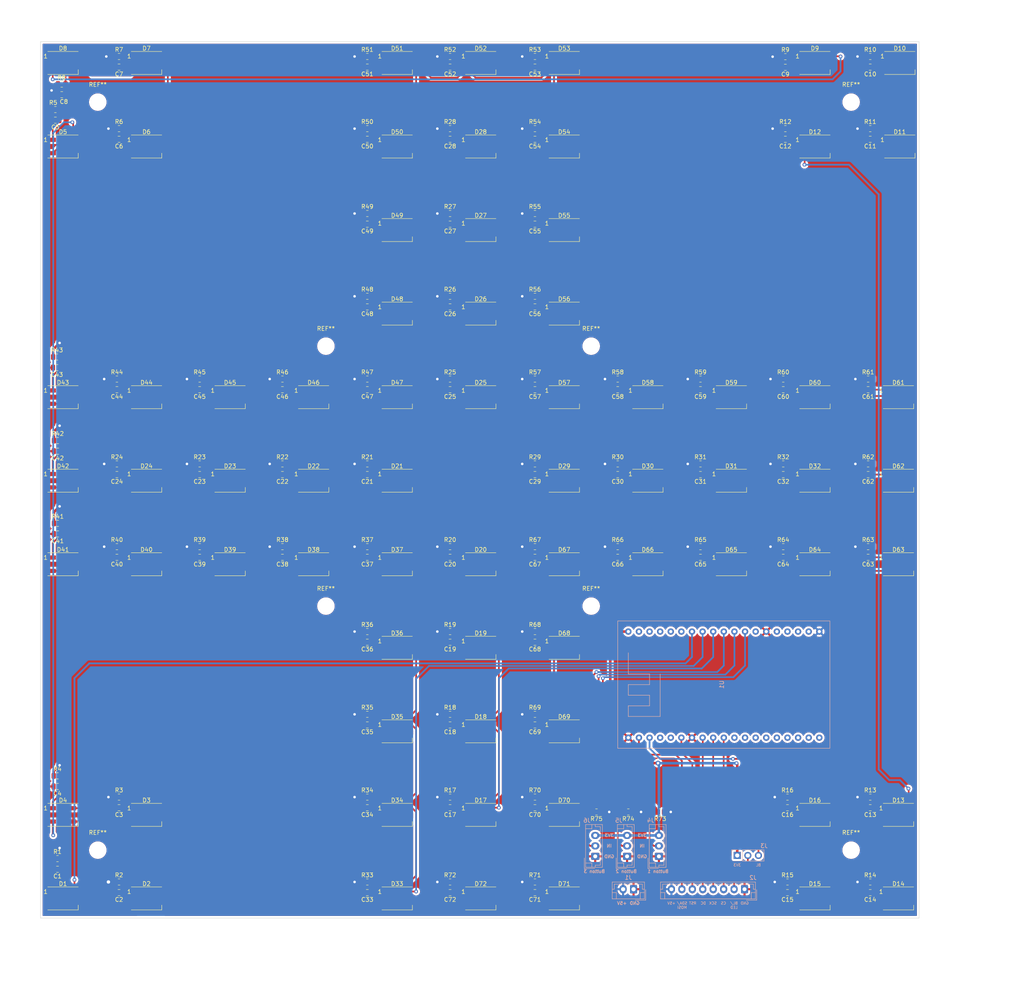
<source format=kicad_pcb>
(kicad_pcb (version 20211014) (generator pcbnew)
  (layers (0 "F.Cu" signal) (31 "B.Cu" signal) (34 "B.Paste" user) (35 "F.Paste" user) (36 "B.SilkS" user "B.Silkscreen") (37 "F.SilkS" user "F.Silkscreen") (38 "B.Mask" user) (39 "F.Mask" user) (44 "Edge.Cuts" user))
  (net 0 "")
  (net 1 "Net-(C1-Pad1)")
  (net 2 "GND")
  (net 3 "Net-(C2-Pad1)")
  (net 4 "Net-(C3-Pad1)")
  (net 5 "Net-(C4-Pad1)")
  (net 6 "Net-(C5-Pad1)")
  (net 7 "Net-(C6-Pad1)")
  (net 8 "Net-(C7-Pad1)")
  (net 9 "Net-(C8-Pad1)")
  (net 10 "Net-(C9-Pad1)")
  (net 11 "Net-(C10-Pad1)")
  (net 12 "Net-(C11-Pad1)")
  (net 13 "Net-(C12-Pad1)")
  (net 14 "Net-(C13-Pad1)")
  (net 15 "Net-(C14-Pad1)")
  (net 16 "Net-(C15-Pad1)")
  (net 17 "Net-(C16-Pad1)")
  (net 18 "Net-(C17-Pad1)")
  (net 19 "Net-(C18-Pad1)")
  (net 20 "Net-(C19-Pad1)")
  (net 21 "Net-(C20-Pad1)")
  (net 22 "Net-(C21-Pad1)")
  (net 23 "Net-(C22-Pad1)")
  (net 24 "Net-(C23-Pad1)")
  (net 25 "Net-(C24-Pad1)")
  (net 26 "Net-(C25-Pad1)")
  (net 27 "Net-(C26-Pad1)")
  (net 28 "Net-(C27-Pad1)")
  (net 29 "Net-(C28-Pad1)")
  (net 30 "Net-(C29-Pad1)")
  (net 31 "Net-(C30-Pad1)")
  (net 32 "Net-(C31-Pad1)")
  (net 33 "Net-(C32-Pad1)")
  (net 34 "Net-(C33-Pad1)")
  (net 35 "Net-(C34-Pad1)")
  (net 36 "Net-(C35-Pad1)")
  (net 37 "Net-(C36-Pad1)")
  (net 38 "Net-(C37-Pad1)")
  (net 39 "Net-(C38-Pad1)")
  (net 40 "Net-(C39-Pad1)")
  (net 41 "Net-(C40-Pad1)")
  (net 42 "Net-(C41-Pad1)")
  (net 43 "Net-(C42-Pad1)")
  (net 44 "Net-(C43-Pad1)")
  (net 45 "Net-(C44-Pad1)")
  (net 46 "Net-(C45-Pad1)")
  (net 47 "Net-(C46-Pad1)")
  (net 48 "Net-(C47-Pad1)")
  (net 49 "Net-(C48-Pad1)")
  (net 50 "Net-(C49-Pad1)")
  (net 51 "Net-(C50-Pad1)")
  (net 52 "Net-(C51-Pad1)")
  (net 53 "Net-(C52-Pad1)")
  (net 54 "Net-(C53-Pad1)")
  (net 55 "Net-(C54-Pad1)")
  (net 56 "Net-(C55-Pad1)")
  (net 57 "Net-(C56-Pad1)")
  (net 58 "Net-(C57-Pad1)")
  (net 59 "Net-(C58-Pad1)")
  (net 60 "Net-(C59-Pad1)")
  (net 61 "Net-(C60-Pad1)")
  (net 62 "Net-(C61-Pad1)")
  (net 63 "Net-(C62-Pad1)")
  (net 64 "Net-(C63-Pad1)")
  (net 65 "Net-(C64-Pad1)")
  (net 66 "Net-(C65-Pad1)")
  (net 67 "Net-(C66-Pad1)")
  (net 68 "Net-(C67-Pad1)")
  (net 69 "Net-(C68-Pad1)")
  (net 70 "Net-(C69-Pad1)")
  (net 71 "Net-(C70-Pad1)")
  (net 72 "Net-(C71-Pad1)")
  (net 73 "Net-(C72-Pad1)")
  (net 74 "Net-(D1-Pad2)")
  (net 75 "Net-(D2-Pad2)")
  (net 76 "Net-(D3-Pad2)")
  (net 77 "Net-(D4-Pad2)")
  (net 78 "Net-(D5-Pad2)")
  (net 79 "Net-(D6-Pad2)")
  (net 80 "Net-(D7-Pad2)")
  (net 81 "Net-(D8-Pad2)")
  (net 82 "Net-(D10-Pad4)")
  (net 83 "Net-(D10-Pad2)")
  (net 84 "Net-(D11-Pad2)")
  (net 85 "Net-(D12-Pad2)")
  (net 86 "Net-(D13-Pad2)")
  (net 87 "Net-(D14-Pad2)")
  (net 88 "Net-(D15-Pad2)")
  (net 90 "Net-(D17-Pad2)")
  (net 91 "Net-(D18-Pad2)")
  (net 92 "Net-(D19-Pad2)")
  (net 93 "Net-(D20-Pad2)")
  (net 94 "Net-(D21-Pad2)")
  (net 95 "Net-(D22-Pad2)")
  (net 96 "Net-(D23-Pad2)")
  (net 97 "Net-(D24-Pad2)")
  (net 98 "Net-(D25-Pad2)")
  (net 99 "Net-(D26-Pad2)")
  (net 100 "Net-(D27-Pad2)")
  (net 101 "Net-(D28-Pad2)")
  (net 102 "Net-(D29-Pad2)")
  (net 103 "Net-(D30-Pad2)")
  (net 104 "Net-(D31-Pad2)")
  (net 106 "Net-(D33-Pad2)")
  (net 107 "Net-(D34-Pad2)")
  (net 108 "Net-(D35-Pad2)")
  (net 109 "Net-(D36-Pad2)")
  (net 110 "Net-(D37-Pad2)")
  (net 111 "Net-(D38-Pad2)")
  (net 112 "Net-(D39-Pad2)")
  (net 113 "Net-(D40-Pad2)")
  (net 114 "Net-(D41-Pad2)")
  (net 115 "Net-(D42-Pad2)")
  (net 116 "Net-(D43-Pad2)")
  (net 117 "Net-(D44-Pad2)")
  (net 118 "Net-(D45-Pad2)")
  (net 119 "Net-(D46-Pad2)")
  (net 120 "Net-(D47-Pad2)")
  (net 121 "Net-(D48-Pad2)")
  (net 122 "Net-(D49-Pad2)")
  (net 123 "Net-(D50-Pad2)")
  (net 124 "Net-(D51-Pad2)")
  (net 125 "Net-(D52-Pad2)")
  (net 126 "Net-(D53-Pad2)")
  (net 127 "Net-(D54-Pad2)")
  (net 128 "Net-(D55-Pad2)")
  (net 129 "Net-(D56-Pad2)")
  (net 130 "Net-(D57-Pad2)")
  (net 131 "Net-(D58-Pad2)")
  (net 132 "Net-(D59-Pad2)")
  (net 133 "Net-(D60-Pad2)")
  (net 134 "Net-(D61-Pad2)")
  (net 135 "Net-(D62-Pad2)")
  (net 136 "Net-(D63-Pad2)")
  (net 137 "Net-(D64-Pad2)")
  (net 138 "Net-(D65-Pad2)")
  (net 139 "Net-(D66-Pad2)")
  (net 140 "Net-(D67-Pad2)")
  (net 141 "Net-(D68-Pad2)")
  (net 142 "Net-(D69-Pad2)")
  (net 143 "Net-(D70-Pad2)")
  (net 144 "Net-(D71-Pad2)")
  (net 146 "+5V")
  (net 149 "/Din_BASE")
  (net 150 "/Din_GOAL")
  (net 151 "/Din_FIELD")
  (net 166 "+3V3")
  (net 167 "/LED {slash} BL")
  (net 168 "/BL")
  (net 169 "/MOSI")
  (net 170 "/SCK")
  (net 171 "/RST")
  (net 172 "/DC")
  (net 173 "/CS")
  (net 176 "/Button_1")
  (net 177 "/Button_2")
  (net 178 "/Button_3")
  (footprint "MountingHole:MountingHole_3.2mm_M3" (layer "F.Cu") (at 171.45 97.79)
    (fp_text reference "REF**")
    (fp_text value "MountingHole_3.2mm_M3")
  )
  (footprint "Capacitor_SMD:C_0805_2012Metric" (layer "F.Cu") (at 43.754 142.748 180)
    (fp_text reference "C41")
    (fp_text value "100n")
  )
  (footprint "LED_SMD:LED_WS2812B_PLCC4_5.0x5.0mm_P3.2mm" (layer "F.Cu") (at 205 130)
    (fp_text reference "D31")
    (fp_text value "WS2812B")
  )
  (footprint "Capacitor_SMD:C_0805_2012Metric" (layer "F.Cu") (at 137.668 88.392 180)
    (fp_text reference "C26")
    (fp_text value "100n")
  )
  (footprint "Resistor_SMD:R_0805_2012Metric" (layer "F.Cu") (at 237.744 145.796)
    (fp_text reference "R63")
    (fp_text value "270")
  )
  (footprint "LED_SMD:LED_WS2812B_PLCC4_5.0x5.0mm_P3.2mm" (layer "F.Cu") (at 65 50)
    (fp_text reference "D6")
    (fp_text value "WS2812B")
  )
  (footprint "Resistor_SMD:R_0805_2012Metric" (layer "F.Cu") (at 218.44 205.74)
    (fp_text reference "R16")
    (fp_text value "270")
  )
  (footprint "LED_SMD:LED_WS2812B_PLCC4_5.0x5.0mm_P3.2mm" (layer "F.Cu") (at 225 210)
    (fp_text reference "D16")
    (fp_text value "WS2812B")
  )
  (footprint "Capacitor_SMD:C_0805_2012Metric" (layer "F.Cu") (at 137.668 188.468 180)
    (fp_text reference "C18")
    (fp_text value "100n")
  )
  (footprint "Capacitor_SMD:C_0805_2012Metric" (layer "F.Cu") (at 117.856 68.58 180)
    (fp_text reference "C49")
    (fp_text value "100n")
  )
  (footprint "Capacitor_SMD:C_0805_2012Metric" (layer "F.Cu") (at 197.612 108.204 180)
    (fp_text reference "C59")
    (fp_text value "100n")
  )
  (footprint "Resistor_SMD:R_0805_2012Metric" (layer "F.Cu") (at 57.912 105.664)
    (fp_text reference "R44")
    (fp_text value "270")
  )
  (footprint "Capacitor_SMD:C_0805_2012Metric" (layer "F.Cu") (at 58.42 208.28 180)
    (fp_text reference "C3")
    (fp_text value "100n")
  )
  (footprint "Capacitor_SMD:C_0805_2012Metric" (layer "F.Cu") (at 157.988 228.6 180)
    (fp_text reference "C71")
    (fp_text value "100n")
  )
  (footprint "Resistor_SMD:R_0805_2012Metric" (layer "F.Cu") (at 157.988 166.116)
    (fp_text reference "R68")
    (fp_text value "270")
  )
  (footprint "Capacitor_SMD:C_0805_2012Metric" (layer "F.Cu") (at 157.988 128.524 180)
    (fp_text reference "C29")
    (fp_text value "100n")
  )
  (footprint "Capacitor_SMD:C_0805_2012Metric" (layer "F.Cu") (at 58.42 48.26 180)
    (fp_text reference "C6")
    (fp_text value "100n")
  )
  (footprint "Resistor_SMD:R_0805_2012Metric" (layer "F.Cu") (at 77.724 105.664)
    (fp_text reference "R45")
    (fp_text value "270")
  )
  (footprint "LED_SMD:LED_WS2812B_PLCC4_5.0x5.0mm_P3.2mm" (layer "F.Cu") (at 245 150)
    (fp_text reference "D63")
    (fp_text value "WS2812B")
  )
  (footprint "Capacitor_SMD:C_0805_2012Metric" (layer "F.Cu") (at 117.856 108.204 180)
    (fp_text reference "C47")
    (fp_text value "100n")
  )
  (footprint "LED_SMD:LED_WS2812B_PLCC4_5.0x5.0mm_P3.2mm" (layer "F.Cu") (at 85 130)
    (fp_text reference "D23")
    (fp_text value "WS2812B")
  )
  (footprint "Capacitor_SMD:C_0805_2012Metric" (layer "F.Cu") (at 197.612 128.524 180)
    (fp_text reference "C31")
    (fp_text value "100n")
  )
  (footprint "LED_SMD:LED_WS2812B_PLCC4_5.0x5.0mm_P3.2mm" (layer "F.Cu") (at 45 210)
    (fp_text reference "D4")
    (fp_text value "WS2812B")
  )
  (footprint "Resistor_SMD:R_0805_2012Metric" (layer "F.Cu") (at 157.988 105.664)
    (fp_text reference "R57")
    (fp_text value "270")
  )
  (footprint "LED_SMD:LED_WS2812B_PLCC4_5.0x5.0mm_P3.2mm" (layer "F.Cu") (at 125 110)
    (fp_text reference "D47")
    (fp_text value "WS2812B")
  )
  (footprint "MountingHole:MountingHole_3.2mm_M3" (layer "F.Cu") (at 233.68 39.37)
    (fp_text reference "REF**")
    (fp_text value "MountingHole_3.2mm_M3")
  )
  (footprint "LED_SMD:LED_WS2812B_PLCC4_5.0x5.0mm_P3.2mm" (layer "F.Cu") (at 45 150)
    (fp_text reference "D41")
    (fp_text value "WS2812B")
  )
  (footprint "Resistor_SMD:R_0805_2012Metric" (layer "F.Cu") (at 117.856 105.664)
    (fp_text reference "R47")
    (fp_text value "270")
  )
  (footprint "Resistor_SMD:R_0805_2012Metric" (layer "F.Cu") (at 157.988 125.984)
    (fp_text reference "R29")
    (fp_text value "270")
  )
  (footprint "Capacitor_SMD:C_0805_2012Metric" (layer "F.Cu") (at 157.988 108.204 180)
    (fp_text reference "C57")
    (fp_text value "100n")
  )
  (footprint "LED_SMD:LED_WS2812B_PLCC4_5.0x5.0mm_P3.2mm" (layer "F.Cu") (at 45 130)
    (fp_text reference "D42")
    (fp_text value "WS2812B")
  )
  (footprint "Capacitor_SMD:C_0805_2012Metric" (layer "F.Cu") (at 217.932 48.26 180)
    (fp_text reference "C12")
    (fp_text value "100n")
  )
  (footprint "LED_SMD:LED_WS2812B_PLCC4_5.0x5.0mm_P3.2mm" (layer "F.Cu") (at 245.32 30)
    (fp_text reference "D10")
    (fp_text value "WS2812B")
  )
  (footprint "LED_SMD:LED_WS2812B_PLCC4_5.0x5.0mm_P3.2mm" (layer "F.Cu") (at 145 230)
    (fp_text reference "D72")
    (fp_text value "WS2812B")
  )
  (footprint "Resistor_SMD:R_0805_2012Metric" (layer "F.Cu") (at 137.668 205.74)
    (fp_text reference "R17")
    (fp_text value "270")
  )
  (footprint "Resistor_SMD:R_0805_2012Metric" (layer "F.Cu") (at 137.668 28.448)
    (fp_text reference "R52")
    (fp_text value "270")
  )
  (footprint "MountingHole:MountingHole_3.2mm_M3" (layer "F.Cu") (at 171.45 160.02)
    (fp_text reference "REF**")
    (fp_text value "MountingHole_3.2mm_M3")
  )
  (footprint "Resistor_SMD:R_0805_2012Metric" (layer "F.Cu") (at 157.988 205.74)
    (fp_text reference "R70")
    (fp_text value "270")
  )
  (footprint "LED_SMD:LED_WS2812B_PLCC4_5.0x5.0mm_P3.2mm" (layer "F.Cu") (at 85 150)
    (fp_text reference "D39")
    (fp_text value "WS2812B")
  )
  (footprint "Capacitor_SMD:C_0805_2012Metric" (layer "F.Cu") (at 157.988 148.336 180)
    (fp_text reference "C67")
    (fp_text value "100n")
  )
  (footprint "Resistor_SMD:R_0805_2012Metric" (layer "F.Cu") (at 117.856 28.448)
    (fp_text reference "R51")
    (fp_text value "270")
  )
  (footprint "Resistor_SMD:R_0805_2012Metric" (layer "F.Cu") (at 97.536 145.796)
    (fp_text reference "R38")
    (fp_text value "270")
  )
  (footprint "Resistor_SMD:R_0805_2012Metric" (layer "F.Cu") (at 172.72 209.296 180)
    (fp_text reference "R75")
    (fp_text value "10k")
  )
  (footprint "LED_SMD:LED_WS2812B_PLCC4_5.0x5.0mm_P3.2mm" (layer "F.Cu") (at 165 30)
    (fp_text reference "D53")
    (fp_text value "WS2812B")
  )
  (footprint "LED_SMD:LED_WS2812B_PLCC4_5.0x5.0mm_P3.2mm" (layer "F.Cu") (at 45 50)
    (fp_text reference "D5")
    (fp_text value "WS2812B")
  )
  (footprint "LED_SMD:LED_WS2812B_PLCC4_5.0x5.0mm_P3.2mm" (layer "F.Cu") (at 125 130)
    (fp_text reference "D21")
    (fp_text value "WS2812B")
  )
  (footprint "LED_SMD:LED_WS2812B_PLCC4_5.0x5.0mm_P3.2mm" (layer "F.Cu") (at 145 70)
    (fp_text reference "D27")
    (fp_text value "WS2812B")
  )
  (footprint "LED_SMD:LED_WS2812B_PLCC4_5.0x5.0mm_P3.2mm" (layer "F.Cu") (at 105 150)
    (fp_text reference "D38")
    (fp_text value "WS2812B")
  )
  (footprint "Resistor_SMD:R_0805_2012Metric" (layer "F.Cu") (at 237.744 125.984)
    (fp_text reference "R62")
    (fp_text value "270")
  )
  (footprint "Capacitor_SMD:C_0805_2012Metric" (layer "F.Cu") (at 44.704 37.592 180)
    (fp_text reference "C8")
    (fp_text value "100n")
  )
  (footprint "LED_SMD:LED_WS2812B_PLCC4_5.0x5.0mm_P3.2mm" (layer "F.Cu") (at 205 110)
    (fp_text reference "D59")
    (fp_text value "WS2812B")
  )
  (footprint "LED_SMD:LED_WS2812B_PLCC4_5.0x5.0mm_P3.2mm" (layer "F.Cu") (at 125 70)
    (fp_text reference "D49")
    (fp_text value "WS2812B")
  )
  (footprint "Capacitor_SMD:C_0805_2012Metric" (layer "F.Cu") (at 217.424 148.336 180)
    (fp_text reference "C64")
    (fp_text value "100n")
  )
  (footprint "LED_SMD:LED_WS2812B_PLCC4_5.0x5.0mm_P3.2mm" (layer "F.Cu") (at 225 50)
    (fp_text reference "D12")
    (fp_text value "WS2812B")
  )
  (footprint "Resistor_SMD:R_0805_2012Metric" (layer "F.Cu") (at 217.424 105.664)
    (fp_text reference "R60")
    (fp_text value "270")
  )
  (footprint "LED_SMD:LED_WS2812B_PLCC4_5.0x5.0mm_P3.2mm" (layer "F.Cu") (at 225 130)
    (fp_text reference "D32")
    (fp_text value "WS2812B")
  )
  (footprint "Resistor_SMD:R_0805_2012Metric" (layer "F.Cu") (at 238.252 226.06)
    (fp_text reference "R14")
    (fp_text value "270")
  )
  (footprint "LED_SMD:LED_WS2812B_PLCC4_5.0x5.0mm_P3.2mm" (layer "F.Cu") (at 45 30)
    (fp_text reference "D8")
    (fp_text value "WS2812B")
  )
  (footprint "LED_SMD:LED_WS2812B_PLCC4_5.0x5.0mm_P3.2mm" (layer "F.Cu") (at 145 190)
    (fp_text reference "D18")
    (fp_text value "WS2812B")
  )
  (footprint "Resistor_SMD:R_0805_2012Metric" (layer "F.Cu") (at 157.988 45.72)
    (fp_text reference "R54")
    (fp_text value "270")
  )
  (footprint "LED_SMD:LED_WS2812B_PLCC4_5.0x5.0mm_P3.2mm" (layer "F.Cu") (at 245.32 50)
    (fp_text reference "D11")
    (fp_text value "WS2812B")
  )
  (footprint "Capacitor_SMD:C_0805_2012Metric" (layer "F.Cu") (at 58.42 30.988 180)
    (fp_text reference "C7")
    (fp_text value "100n")
  )
  (footprint "LED_SMD:LED_WS2812B_PLCC4_5.0x5.0mm_P3.2mm" (layer "F.Cu") (at 125 230)
    (fp_text reference "D33")
    (fp_text value "WS2812B")
  )
  (footprint "Resistor_SMD:R_0805_2012Metric" (layer "F.Cu") (at 117.856 145.796)
    (fp_text reference "R37")
    (fp_text value "270")
  )
  (footprint "LED_SMD:LED_WS2812B_PLCC4_5.0x5.0mm_P3.2mm" (layer "F.Cu") (at 165 50)
    (fp_text reference "D54")
    (fp_text value "WS2812B")
  )
  (footprint "Resistor_SMD:R_0805_2012Metric" (layer "F.Cu") (at 117.856 85.852)
    (fp_text reference "R48")
    (fp_text value "270")
  )
  (footprint "Resistor_SMD:R_0805_2012Metric" (layer "F.Cu") (at 238.252 28.448)
    (fp_text reference "R10")
    (fp_text value "270")
  )
  (footprint "Resistor_SMD:R_0805_2012Metric" (layer "F.Cu") (at 77.724 125.984)
    (fp_text reference "R23")
    (fp_text value "270")
  )
  (footprint "LED_SMD:LED_WS2812B_PLCC4_5.0x5.0mm_P3.2mm" (layer "F.Cu") (at 125 90)
    (fp_text reference "D48")
    (fp_text value "WS2812B")
  )
  (footprint "Capacitor_SMD:C_0805_2012Metric" (layer "F.Cu") (at 238.252 208.28 180)
    (fp_text reference "C13")
    (fp_text value "100n")
  )
  (footprint "MountingHole:MountingHole_3.2mm_M3" (layer "F.Cu") (at 107.95 97.79)
    (fp_text reference "REF**")
    (fp_text value "MountingHole_3.2mm_M3")
  )
  (footprint "Capacitor_SMD:C_0805_2012Metric" (layer "F.Cu") (at 117.856 128.524 180)
    (fp_text reference "C21")
    (fp_text value "100n")
  )
  (footprint "Capacitor_SMD:C_0805_2012Metric" (layer "F.Cu") (at 137.668 30.988 180)
    (fp_text reference "C52")
    (fp_text value "100n")
  )
  (footprint "Resistor_SMD:R_0805_2012Metric" (layer "F.Cu") (at 43.18 41.148)
    (fp_text reference "R5")
    (fp_text value "270")
  )
  (footprint "Resistor_SMD:R_0805_2012Metric" (layer "F.Cu") (at 43.754 120.396)
    (fp_text reference "R42")
    (fp_text value "270")
  )
  (footprint "LED_SMD:LED_WS2812B_PLCC4_5.0x5.0mm_P3.2mm" (layer "F.Cu") (at 205 150)
    (fp_text reference "D65")
    (fp_text value "WS2812B")
  )
  (footprint "Resistor_SMD:R_0805_2012Metric" (layer "F.Cu") (at 43.558 100.388)
    (fp_text reference "R43")
    (fp_text value "270")
  )
  (footprint "Resistor_SMD:R_0805_2012Metric" (layer "F.Cu") (at 197.612 125.984)
    (fp_text reference "R31")
    (fp_text value "270")
  )
  (footprint "Capacitor_SMD:C_0805_2012Metric" (layer "F.Cu") (at 137.668 168.656 180)
    (fp_text reference "C19")
    (fp_text value "100n")
  )
  (footprint "Capacitor_SMD:C_0805_2012Metric" (layer "F.Cu") (at 43.688 223.012 180)
    (fp_text reference "C1")
    (fp_text value "100n")
  )
  (footprint "Capacitor_SMD:C_0805_2012Metric" (layer "F.Cu") (at 157.988 168.656 180)
    (fp_text reference "C68")
    (fp_text value "100n")
  )
  (footprint "Capacitor_SMD:C_0805_2012Metric" (layer "F.Cu") (at 238.252 228.6 180)
    (fp_text reference "C14")
    (fp_text value "100n")
  )
  (footprint "LED_SMD:LED_WS2812B_PLCC4_5.0x5.0mm_P3.2mm" (layer "F.Cu") (at 165 90)
    (fp_text reference "D56")
    (fp_text value "WS2812B")
  )
  (footprint "Capacitor_SMD:C_0805_2012Metric" (layer "F.Cu") (at 77.724 108.204 180)
    (fp_text reference "C45")
    (fp_text value "100n")
  )
  (footprint "LED_SMD:LED_WS2812B_PLCC4_5.0x5.0mm_P3.2mm" (layer "F.Cu") (at 85 110)
    (fp_text reference "D45")
    (fp_text value "WS2812B")
  )
  (footprint "Capacitor_SMD:C_0805_2012Metric" (layer "F.Cu") (at 157.988 188.468 180)
    (fp_text reference "C69")
    (fp_text value "100n")
  )
  (footprint "Resistor_SMD:R_0805_2012Metric" (layer "F.Cu") (at 137.668 166.116)
    (fp_text reference "R19")
    (fp_text value "270")
  )
  (footprint "Resistor_SMD:R_0805_2012Metric" (layer "F.Cu") (at 43.688 200.66)
    (fp_text reference "R4")
    (fp_text value "270")
  )
  (footprint "Capacitor_SMD:C_0805_2012Metric" (layer "F.Cu") (at 117.856 188.468 180)
    (fp_text reference "C35")
    (fp_text value "100n")
  )
  (footprint "Resistor_SMD:R_0805_2012Metric" (layer "F.Cu") (at 137.668 66.04)
    (fp_text reference "R27")
    (fp_text value "270")
  )
  (footprint "Resistor_SMD:R_0805_2012Metric" (layer "F.Cu") (at 137.668 105.664)
    (fp_text reference "R25")
    (fp_text value "270")
  )
  (footprint "Capacitor_SMD:C_0805_2012Metric" (layer "F.Cu") (at 137.668 68.58 180)
    (fp_text reference "C27")
    (fp_text value "100n")
  )
  (footprint "LED_SMD:LED_WS2812B_PLCC4_5.0x5.0mm_P3.2mm" (layer "F.Cu") (at 125 150)
    (fp_text reference "D37")
    (fp_text value "WS2812B")
  )
  (footprint "Resistor_SMD:R_0805_2012Metric" (layer "F.Cu") (at 57.912 145.796)
    (fp_text reference "R40")
    (fp_text value "270")
  )
  (footprint "Resistor_SMD:R_0805_2012Metric" (layer "F.Cu") (at 117.856 205.74)
    (fp_text reference "R34")
    (fp_text value "270")
  )
  (footprint "Resistor_SMD:R_0805_2012Metric" (layer "F.Cu") (at 237.744 105.664)
    (fp_text reference "R61")
    (fp_text value "270")
  )
  (footprint "Resistor_SMD:R_0805_2012Metric" (layer "F.Cu") (at 57.912 125.984)
    (fp_text reference "R24")
    (fp_text value "270")
  )
  (footprint "LED_SMD:LED_WS2812B_PLCC4_5.0x5.0mm_P3.2mm" (layer "F.Cu") (at 225 230)
    (fp_text reference "D15")
    (fp_text value "WS2812B")
  )
  (footprint "Capacitor_SMD:C_0805_2012Metric" (layer "F.Cu") (at 117.856 208.28 180)
    (fp_text reference "C34")
    (fp_text value "100n")
  )
  (footprint "Capacitor_SMD:C_0805_2012Metric" (layer "F.Cu") (at 238.252 30.988 180)
    (fp_text reference "C10")
    (fp_text value "100n")
  )
  (footprint "LED_SMD:LED_WS2812B_PLCC4_5.0x5.0mm_P3.2mm" (layer "F.Cu") (at 185 150)
    (fp_text reference "D66")
    (fp_text value "WS2812B")
  )
  (footprint "LED_SMD:LED_WS2812B_PLCC4_5.0x5.0mm_P3.2mm" (layer "F.Cu") (at 145 150)
    (fp_text reference "D20")
    (fp_text value "WS2812B")
  )
  (footprint "Capacitor_SMD:C_0805_2012Metric" (layer "F.Cu") (at 157.988 68.58 180)
    (fp_text reference "C55")
    (fp_text value "100n")
  )
  (footprint "Resistor_SMD:R_0805_2012Metric" (layer "F.Cu") (at 58.42 45.72)
    (fp_text reference "R6")
    (fp_text value "270")
  )
  (footprint "Capacitor_SMD:C_0805_2012Metric" (layer "F.Cu") (at 177.8 148.336 180)
    (fp_text reference "C66")
    (fp_text value "100n")
  )
  (footprint "Resistor_SMD:R_0805_2012Metric" (layer "F.Cu") (at 117.856 66.04)
    (fp_text reference "R49")
    (fp_text value "270")
  )
  (footprint "Resistor_SMD:R_0805_2012Metric" (layer "F.Cu") (at 157.988 66.04)
    (fp_text reference "R55")
    (fp_text value "270")
  )
  (footprint "Resistor_SMD:R_0805_2012Metric" (layer "F.Cu") (at 137.668 85.852)
    (fp_text reference "R26")
    (fp_text value "270")
  )
  (footprint "Capacitor_SMD:C_0805_2012Metric" (layer "F.Cu") (at 137.668 228.6 180)
    (fp_text reference "C72")
    (fp_text value "100n")
  )
  (footprint "LED_SMD:LED_WS2812B_PLCC4_5.0x5.0mm_P3.2mm" (layer "F.Cu") (at 145 210)
    (fp_text reference "D17")
    (fp_text value "WS2812B")
  )
  (footprint "Capacitor_SMD:C_0805_2012Metric" (layer "F.Cu") (at 57.912 108.204 180)
    (fp_text reference "C44")
    (fp_text value "100n")
  )
  (footprint "Capacitor_SMD:C_0805_2012Metric" (layer "F.Cu") (at 97.536 128.524 180)
    (fp_text reference "C22")
    (fp_text value "100n")
  )
  (footprint "Resistor_SMD:R_0805_2012Metric" (layer "F.Cu") (at 44.704 35.052)
    (fp_text reference "R8")
    (fp_text value "270")
  )
  (footprint "Capacitor_SMD:C_0805_2012Metric" (layer "F.Cu") (at 43.18 43.688 180)
    (fp_text reference "C5")
    (fp_text value "100n")
  )
  (footprint "LED_SMD:LED_WS2812B_PLCC4_5.0x5.0mm_P3.2mm" (layer "F.Cu") (at 125 30)
    (fp_text reference "D51")
    (fp_text value "WS2812B")
  )
  (footprint "LED_SMD:LED_WS2812B_PLCC4_5.0x5.0mm_P3.2mm" (layer "F.Cu") (at 245 130)
    (fp_text reference "D62")
    (fp_text value "WS2812B")
  )
  (footprint "Resistor_SMD:R_0805_2012Metric" (layer "F.Cu") (at 180.34 209.296 180)
    (fp_text reference "R74")
    (fp_text value "10k")
  )
  (footprint "LED_SMD:LED_WS2812B_PLCC4_5.0x5.0mm_P3.2mm" (layer "F.Cu") (at 165 230)
    (fp_text reference "D71")
    (fp_text value "WS2812B")
  )
  (footprint "Resistor_SMD:R_0805_2012Metric" (layer "F.Cu") (at 58.42 226.06)
    (fp_text reference "R2")
    (fp_text value "270")
  )
  (footprint "Resistor_SMD:R_0805_2012Metric" (layer "F.Cu") (at 217.932 45.72)
    (fp_text reference "R12")
    (fp_text value "270")
  )
  (footprint "LED_SMD:LED_WS2812B_PLCC4_5.0x5.0mm_P3.2mm" (layer "F.Cu") (at 225 30)
    (fp_text reference "D9")
    (fp_text value "WS2812B")
  )
  (footprint "Capacitor_SMD:C_0805_2012Metric" (layer "F.Cu") (at 238.252 48.26 180)
    (fp_text reference "C11")
    (fp_text value "100n")
  )
  (footprint "Capacitor_SMD:C_0805_2012Metric" (layer "F.Cu") (at 217.424 108.204 180)
    (fp_text reference "C60")
    (fp_text value "100n")
  )
  (footprint "Resistor_SMD:R_0805_2012Metric" (layer "F.Cu") (at 238.252 205.74)
    (fp_text reference "R13")
    (fp_text value "270")
  )
  (footprint "LED_SMD:LED_WS2812B_PLCC4_5.0x5.0mm_P3.2mm" (layer "F.Cu") (at 45 230)
    (fp_text reference "D1")
    (fp_text value "WS2812B")
  )
  (footprint "Capacitor_SMD:C_0805_2012Metric" (layer "F.Cu") (at 77.724 128.524 180)
    (fp_text reference "C23")
    (fp_text value "100n")
  )
  (footprint "Capacitor_SMD:C_0805_2012Metric" (layer "F.Cu") (at 137.668 48.26 180)
    (fp_text reference "C28")
    (fp_text value "100n")
  )
  (footprint "Resistor_SMD:R_0805_2012Metric" (layer "F.Cu") (at 117.856 185.928)
    (fp_text reference "R35")
    (fp_text value "270")
  )
  (footprint "Resistor_SMD:R_0805_2012Metric" (layer "F.Cu") (at 187.96 209.296 180)
    (fp_text reference "R73")
    (fp_text value "10k")
  )
  (footprint "Resistor_SMD:R_0805_2012Metric" (layer "F.Cu") (at 197.612 145.796)
    (fp_text reference "R65")
    (fp_text value "270")
  )
  (footprint "Capacitor_SMD:C_0805_2012Metric" (layer "F.Cu") (at 97.536 148.336 180)
    (fp_text reference "C38")
    (fp_text value "100n")
  )
  (footprint "Capacitor_SMD:C_0805_2012Metric" (layer "F.Cu") (at 237.744 108.204 180)
    (fp_text reference "C61")
    (fp_text value "100n")
  )
  (footprint "Capacitor_SMD:C_0805_2012Metric" (layer "F.Cu") (at 177.8 128.524 180)
    (fp_text reference "C30")
    (fp_text value "100n")
  )
  (footprint "Resistor_SMD:R_0805_2012Metric" (layer "F.Cu") (at 137.668 185.928)
    (fp_text reference "R18")
    (fp_text value "270")
  )
  (footprint "LED_SMD:LED_WS2812B_PLCC4_5.0x5.0mm_P3.2mm" (layer "F.Cu") (at 225 110)
    (fp_text reference "D60")
    (fp_text value "WS2812B")
  )
  (footprint "Capacitor_SMD:C_0805_2012Metric" (layer "F.Cu") (at 217.932 31.036 180)
    (fp_text reference "C9")
    (fp_text value "100n")
  )
  (footprint "Resistor_SMD:R_0805_2012Metric" (layer "F.Cu") (at 217.424 125.984)
    (fp_text reference "R32")
    (fp_text value "270")
  )
  (footprint "LED_SMD:LED_WS2812B_PLCC4_5.0x5.0mm_P3.2mm" (layer "F.Cu") (at 185 110)
    (fp_text reference "D58")
    (fp_text value "WS2812B")
  )
  (footprint "LED_SMD:LED_WS2812B_PLCC4_5.0x5.0mm_P3.2mm" (layer "F.Cu") (at 45 110)
    (fp_text reference "D43")
    (fp_text value "WS2812B")
  )
  (footprint "Capacitor_SMD:C_0805_2012Metric" (layer "F.Cu") (at 177.8 108.204 180)
    (fp_text reference "C58")
    (fp_text value "100n")
  )
  (footprint "Resistor_SMD:R_0805_2012Metric" (layer "F.Cu") (at 218.44 226.06)
    (fp_text reference "R15")
    (fp_text value "270")
  )
  (footprint "Capacitor_SMD:C_0805_2012Metric" (layer "F.Cu") (at 218.44 208.28 180)
    (fp_text reference "C16")
    (fp_text value "100n")
  )
  (footprint "LED_SMD:LED_WS2812B_PLCC4_5.0x5.0mm_P3.2mm" (layer "F.Cu") (at 65 210)
    (fp_text reference "D3")
    (fp_text value "WS2812B")
  )
  (footprint "Capacitor_SMD:C_0805_2012Metric" (layer "F.Cu") (at 157.988 30.988 180)
    (fp_text reference "C53")
    (fp_text value "100n")
  )
  (footprint "LED_SMD:LED_WS2812B_PLCC4_5.0x5.0mm_P3.2mm" (layer "F.Cu") (at 245 110)
    (fp_text reference "D61")
    (fp_text value "WS2812B")
  )
  (footprint "Resistor_SMD:R_0805_2012Metric" (layer "F.Cu") (at 157.988 145.796)
    (fp_text reference "R67")
    (fp_text value "270")
  )
  (footprint "Capacitor_SMD:C_0805_2012Metric" (layer "F.Cu") (at 117.856 88.392 180)
    (fp_text reference "C48")
    (fp_text value "100n")
  )
  (footprint "LED_SMD:LED_WS2812B_PLCC4_5.0x5.0mm_P3.2mm" (layer "F.Cu") (at 165 190)
    (fp_text reference "D69")
    (fp_text value "WS2812B")
  )
  (footprint "Capacitor_SMD:C_0805_2012Metric" (layer "F.Cu") (at 57.912 148.336 180)
    (fp_text reference "C40")
    (fp_text value "100n")
  )
  (footprint "LED_SMD:LED_WS2812B_PLCC4_5.0x5.0mm_P3.2mm" (layer "F.Cu") (at 245 230)
    (fp_text reference "D14")
    (fp_text value "WS2812B")
  )
  (footprint "Resistor_SMD:R_0805_2012Metric" (layer "F.Cu") (at 43.688 220.472)
    (fp_text reference "R1")
    (fp_text value "270")
  )
  (footprint "Resistor_SMD:R_0805_2012Metric" (layer "F.Cu") (at 217.424 145.796)
    (fp_text reference "R64")
    (fp_text value "270")
  )
  (footprint "Capacitor_SMD:C_0805_2012Metric" (layer "F.Cu") (at 117.856 48.26 180)
    (fp_text reference "C50")
    (fp_text value "100n")
  )
  (footprint "LED_SMD:LED_WS2812B_PLCC4_5.0x5.0mm_P3.2mm" (layer "F.Cu") (at 65 150)
    (fp_text reference "D40")
    (fp_text value "WS2812B")
  )
  (footprint "Resistor_SMD:R_0805_2012Metric" (layer "F.Cu") (at 137.668 45.72)
    (fp_text reference "R28")
    (fp_text value "270")
  )
  (footprint "Capacitor_SMD:C_0805_2012Metric" (layer "F.Cu") (at 157.988 88.392 180)
    (fp_text reference "C56")
    (fp_text value "100n")
  )
  (footprint "MountingHole:MountingHole_3.2mm_M3" (layer "F.Cu") (at 53.34 39.37)
    (fp_text reference "REF**")
    (fp_text value "MountingHole_3.2mm_M3")
  )
  (footprint "Capacitor_SMD:C_0805_2012Metric" (layer "F.Cu") (at 137.668 108.204 180)
    (fp_text reference "C25")
    (fp_text value "100n")
  )
  (footprint "Resistor_SMD:R_0805_2012Metric" (layer "F.Cu") (at 197.612 105.664)
    (fp_text reference "R59")
    (fp_text value "270")
  )
  (footprint "Capacitor_SMD:C_0805_2012Metric" (layer "F.Cu") (at 58.42 228.6 180)
    (fp_text reference "C2")
    (fp_text value "100n")
  )
  (footprint "LED_SMD:LED_WS2812B_PLCC4_5.0x5.0mm_P3.2mm" (layer "F.Cu") (at 145 110)
    (fp_text reference "D25")
    (fp_text value "WS2812B")
  )
  (footprint "Resistor_SMD:R_0805_2012Metric" (layer "F.Cu") (at 117.856 226.06)
    (fp_text reference "R33")
    (fp_text value "270")
  )
  (footprint "Resistor_SMD:R_0805_2012Metric" (layer "F.Cu") (at 58.42 28.448)
    (fp_text reference "R7")
    (fp_text value "270")
  )
  (footprint "Resistor_SMD:R_0805_2012Metric" (layer "F.Cu") (at 137.668 145.796)
    (fp_text reference "R20")
    (fp_text value "270")
  )
  (footprint "MountingHole:MountingHole_3.2mm_M3" (layer "F.Cu") (at 233.68 218.44)
    (fp_text reference "REF**")
    (fp_text value "MountingHole_3.2mm_M3")
  )
  (footprint "Capacitor_SMD:C_0805_2012Metric" (layer "F.Cu") (at 218.44 228.6 180)
    (fp_text reference "C15")
    (fp_text value "100n")
  )
  (footprint "LED_SMD:LED_WS2812B_PLCC4_5.0x5.0mm_P3.2mm" (layer "F.Cu") (at 165 70)
    (fp_text reference "D55")
    (fp_text value "WS2812B")
  )
  (footprint "LED_SMD:LED_WS2812B_PLCC4_5.0x5.0mm_P3.2mm" (layer "F.Cu") (at 165 130)
    (fp_text reference "D29")
    (fp_text value "WS2812B")
  )
  (footprint "Resistor_SMD:R_0805_2012Metric" (layer "F.Cu") (at 43.754 140.208)
    (fp_text reference "R41")
    (fp_text value "270")
  )
  (footprint "LED_SMD:LED_WS2812B_PLCC4_5.0x5.0mm_P3.2mm" (layer "F.Cu") (at 165 210)
    (fp_text reference "D70")
    (fp_text value "WS2812B")
  )
  (footprint "Resistor_SMD:R_0805_2012Metric" (layer "F.Cu") (at 77.724 145.796)
    (fp_text reference "R39")
    (fp_text value "270")
  )
  (footprint "Capacitor_SMD:C_0805_2012Metric" (layer "F.Cu") (at 157.988 48.26 180)
    (fp_text reference "C54")
    (fp_text value "100n")
  )
  (footprint "Capacitor_SMD:C_0805_2012Metric" (layer "F.Cu") (at 197.612 148.336 180)
    (fp_text reference "C65")
    (fp_text value "100n")
  )
  (footprint "LED_SMD:LED_WS2812B_PLCC4_5.0x5.0mm_P3.2mm" (layer "F.Cu") (at 125 210)
    (fp_text reference "D34")
    (fp_text value "WS2812B")
  )
  (footprint "Resistor_SMD:R_0805_2012Metric" (layer "F.Cu") (at 157.988 185.928)
    (fp_text reference "R69")
    (fp_text value "270")
  )
  (footprint "LED_SMD:LED_WS2812B_PLCC4_5.0x5.0mm_P3.2mm" (layer "F.Cu") (at 125 190)
    (fp_text reference "D35")
    (fp_text value "WS2812B")
  )
  (footprint "MountingHole:MountingHole_3.2mm_M3" (layer "F.Cu") (at 53.34 218.44)
    (fp_text reference "REF**")
    (fp_text value "MountingHole_3.2mm_M3")
  )
  (footprint "Resistor_SMD:R_0805_2012Metric" (layer "F.Cu") (at 157.988 85.852)
    (fp_text reference "R56")
    (fp_text value "270")
  )
  (footprint "Resistor_SMD:R_0805_2012Metric" (layer "F.Cu") (at 157.988 28.448)
    (fp_text reference "R53")
    (fp_text value "270")
  )
  (footprint "Resistor_SMD:R_0805_2012Metric" (layer "F.Cu") (at 157.988 226.06)
    (fp_text reference "R71")
    (fp_text value "270")
  )
  (footprint "Capacitor_SMD:C_0805_2012Metric" (layer "F.Cu") (at 117.856 148.336 180)
    (fp_text reference "C37")
    (fp_text value "100n")
  )
  (footprint "Capacitor_SMD:C_0805_2012Metric" (layer "F.Cu") (at 137.668 148.336 180)
    (fp_text reference "C20")
    (fp_text value "100n")
  )
  (footprint "Resistor_SMD:R_0805_2012Metric" (layer "F.Cu") (at 117.856 166.116)
    (fp_text reference "R36")
    (fp_text value "270")
  )
  (footprint "Resistor_SMD:R_0805_2012Metric" (layer "F.Cu") (at 177.8 105.664)
    (fp_text reference "R58")
    (fp_text value "270")
  )
  (footprint "LED_SMD:LED_WS2812B_PLCC4_5.0x5.0mm_P3.2mm" (layer "F.Cu") (at 145 50)
    (fp_text reference "D28")
    (fp_text value "WS2812B")
  )
  (footprint "Capacitor_SMD:C_0805_2012Metric" (layer "F.Cu") (at 157.988 208.28 180)
    (fp_text reference "C70")
    (fp_text value "100n")
  )
  (footprint "MountingHole:MountingHole_3.2mm_M3" (layer "F.Cu") (at 107.95 160.02)
    (fp_text reference "REF**")
    (fp_text value "MountingHole_3.2mm_M3")
  )
  (footprint "Capacitor_SMD:C_0805_2012Metric" (layer "F.Cu") (at 97.536 108.204 180)
    (fp_text reference "C46")
    (fp_text value "100n")
  )
  (footprint "Resistor_SMD:R_0805_2012Metric" (layer "F.Cu") (at 97.536 125.984)
    (fp_text reference "R22")
    (fp_text value "270")
  )
  (footprint "Capacitor_SMD:C_0805_2012Metric" (layer "F.Cu") (at 117.856 228.6 180)
    (fp_text reference "C33")
    (fp_text value "100n")
  )
  (footprint "Capacitor_SMD:C_0805_2012Metric" (layer "F.Cu") (at 43.688 203.2 180)
    (fp_text reference "C4")
    (fp_text value "100n")
  )
  (footprint "Resistor_SMD:R_0805_2012Metric" (layer "F.Cu") (at 238.252 45.72)
    (fp_text reference "R11")
    (fp_text value "270")
  )
  (footprint "Resistor_SMD:R_0805_2012Metric" (layer "F.Cu") (at 58.42 205.74)
    (fp_text reference "R3")
    (fp_text value "270")
  )
  (footprint "LED_SMD:LED_WS2812B_PLCC4_5.0x5.0mm_P3.2mm" (layer "F.Cu") (at 165 170)
    (fp_text reference "D68")
    (fp_text value "WS2812B")
  )
  (footprint "Capacitor_SMD:C_0805_2012Metric" (layer "F.Cu") (at 43.558 102.928 180)
    (fp_text reference "C43")
    (fp_text value "100n")
  )
  (footprint "LED_SMD:LED_WS2812B_PLCC4_5.0x5.0mm_P3.2mm" (layer "F.Cu") (at 145 90)
    (fp_text reference "D26")
    (fp_text value "WS2812B")
  )
  (footprint "LED_SMD:LED_WS2812B_PLCC4_5.0x5.0mm_P3.2mm" (layer "F.Cu") (at 225 150)
    (fp_text reference "D64")
    (fp_text value "WS2812B")
  )
  (footprint "LED_SMD:LED_WS2812B_PLCC4_5.0x5.0mm_P3.2mm" (layer "F.Cu") (at 105 130)
    (fp_text reference "D22")
    (fp_text value "WS2812B")
  )
  (footprint "Resistor_SMD:R_0805_2012Metric" (layer "F.Cu") (at 177.8 125.984)
    (fp_text reference "R30")
    (fp_text value "270")
  )
  (footprint "Capacitor_SMD:C_0805_2012Metric" (layer "F.Cu") (at 237.744 128.524 180)
    (fp_text reference "C62")
    (fp_text value "100n")
  )
  (footprint "Capacitor_SMD:C_0805_2012Metric" (layer "F.Cu") (at 237.744 148.336 180)
    (fp_text reference "C63")
    (fp_text value "100n")
  )
  (footprint "LED_SMD:LED_WS2812B_PLCC4_5.0x5.0mm_P3.2mm" (layer "F.Cu") (at 185 130)
    (fp_text reference "D30")
    (fp_text value "WS2812B")
  )
  (footprint "LED_SMD:LED_WS2812B_PLCC4_5.0x5.0mm_P3.2mm" (layer "F.Cu") (at 145 170)
    (fp_text reference "D19")
    (fp_text value "WS2812B")
  )
  (footprint "LED_SMD:LED_WS2812B_PLCC4_5.0x5.0mm_P3.2mm" (layer "F.Cu") (at 125 50)
    (fp_text reference "D50")
    (fp_text value "WS2812B")
  )
  (footprint "LED_SMD:LED_WS2812B_PLCC4_5.0x5.0mm_P3.2mm" (layer "F.Cu") (at 65 30)
    (fp_text reference "D7")
    (fp_text value "WS2812B")
  )
  (footprint "LED_SMD:LED_WS2812B_PLCC4_5.0x5.0mm_P3.2mm" (layer "F.Cu") (at 65 110)
    (fp_text reference "D44")
    (fp_text value "WS2812B")
  )
  (footprint "Resistor_SMD:R_0805_2012Metric" (layer "F.Cu") (at 137.668 226.06)
    (fp_text reference "R72")
    (fp_text value "270")
  )
  (footprint "Resistor_SMD:R_0805_2012Metric" (layer "F.Cu") (at 117.856 125.984)
    (fp_text reference "R21")
    (fp_text value "270")
  )
  (footprint "LED_SMD:LED_WS2812B_PLCC4_5.0x5.0mm_P3.2mm" (layer "F.Cu") (at 165 110)
    (fp_text reference "D57")
    (fp_text value "WS2812B")
  )
  (footprint "LED_SMD:LED_WS2812B_PLCC4_5.0x5.0mm_P3.2mm" (layer "F.Cu") (at 245 210)
    (fp_text reference "D13")
    (fp_text value "WS2812B")
  )
  (footprint "LED_SMD:LED_WS2812B_PLCC4_5.0x5.0mm_P3.2mm" (layer "F.Cu") (at 145 30)
    (fp_text reference "D52")
    (fp_text value "WS2812B")
  )
  (footprint "LED_SMD:LED_WS2812B_PLCC4_5.0x5.0mm_P3.2mm" (layer "F.Cu") (at 125 170)
    (fp_text reference "D36")
    (fp_text value "WS2812B")
  )
  (footprint "Capacitor_SMD:C_0805_2012Metric" (layer "F.Cu") (at 217.424 128.524 180)
    (fp_text reference "C32")
    (fp_text value "100n")
  )
  (footprint "LED_SMD:LED_WS2812B_PLCC4_5.0x5.0mm_P3.2mm" (layer "F.Cu") (at 105 110)
    (fp_text reference "D46")
    (fp_text value "WS2812B")
  )
  (footprint "Capacitor_SMD:C_0805_2012Metric" (layer "F.Cu") (at 77.724 148.336 180)
    (fp_text reference "C39")
    (fp_text value "100n")
  )
  (footprint "Capacitor_SMD:C_0805_2012Metric" (layer "F.Cu") (at 57.912 128.524 180)
    (fp_text reference "C24")
    (fp_text value "100n")
  )
  (footprint "Capacitor_SMD:C_0805_2012Metric" (layer "F.Cu") (at 43.754 122.936 180)
    (fp_text reference "C42")
    (fp_text value "100n")
  )
  (footprint "Capacitor_SMD:C_0805_2012Metric" (layer "F.Cu") (at 137.668 208.28 180)
    (fp_text reference "C17")
    (fp_text value "100n")
  )
  (footprint "LED_SMD:LED_WS2812B_PLCC4_5.0x5.0mm_P3.2mm" (layer "F.Cu") (at 165 150)
    (fp_text reference "D67")
    (fp_text value "WS2812B")
  )
  (footprint "LED_SMD:LED_WS2812B_PLCC4_5.0x5.0mm_P3.2mm" (layer "F.Cu") (at 65 230)
    (fp_text reference "D2")
    (fp_text value "WS2812B")
  )
  (footprint "LED_SMD:LED_WS2812B_PLCC4_5.0x5.0mm_P3.2mm" (layer "F.Cu") (at 65 130)
    (fp_text reference "D24")
    (fp_text value "WS2812B")
  )
  (footprint "Resistor_SMD:R_0805_2012Metric" (layer "F.Cu") (at 97.536 105.664)
    (fp_text reference "R46")
    (fp_text value "270")
  )
  (footprint "Resistor_SMD:R_0805_2012Metric" (layer "F.Cu") (at 177.8 145.796)
    (fp_text reference "R66")
    (fp_text value "270")
  )
  (footprint "Resistor_SMD:R_0805_2012Metric" (layer "F.Cu") (at 117.856 45.72)
    (fp_text reference "R50")
    (fp_text value "270")
  )
  (footprint "Resistor_SMD:R_0805_2012Metric" (layer "F.Cu") (at 217.932 28.496)
    (fp_text reference "R9")
    (fp_text value "270")
  )
  (footprint "Capacitor_SMD:C_0805_2012Metric" (layer "F.Cu") (at 117.856 30.988 180)
    (fp_text reference "C51")
    (fp_text value "100n")
  )
  (footprint "Capacitor_SMD:C_0805_2012Metric" (layer "F.Cu") (at 117.856 168.656 180)
    (fp_text reference "C36")
    (fp_text value "100n")
  )
  (footprint "Connector_JST:JST_EH_B8B-EH-A_1x08_P2.50mm_Vertical" (layer "B.Cu") (at 208.16 227.792 180)
    (fp_text reference "J2")
    (fp_text value "Conn_01x08")
  )
  (footprint "ESP32:ESP32 Wroom DevKit" (layer "B.Cu") (at 203.2 178.816 -90)
    (fp_text reference "U1")
    (fp_text value "ESP32_Wroom_DevKit")
  )
  (footprint "Connector_JST:JST_EH_B2B-EH-A_1x02_P2.50mm_Vertical" (layer "B.Cu") (at 181.59 227.792 180)
    (fp_text reference "J1")
    (fp_text value "Conn_01x02")
  )
  (footprint "Connector_PinHeader_2.54mm:PinHeader_1x03_P2.54mm_Vertical" (layer "B.Cu") (at 206.408 219.71 -90)
    (fp_text reference "J3")
    (fp_text value "Conn_01x03_Male")
  )
  (footprint "Connector_JST:JST_EH_B3B-EH-A_1x03_P2.50mm_Vertical" (layer "B.Cu") (at 180.04 219.924 90)
    (fp_text reference "J5")
    (fp_text value "Conn_01x03")
  )
  (footprint "Connector_JST:JST_EH_B3B-EH-A_1x03_P2.50mm_Vertical" (layer "B.Cu") (at 187.66 219.924 90)
    (fp_text reference "J4")
    (fp_text value "Conn_01x03")
  )
  (footprint "Connector_JST:JST_EH_B3B-EH-A_1x03_P2.50mm_Vertical" (layer "B.Cu") (at 172.42 219.924 90)
    (fp_text reference "J6")
    (fp_text value "Conn_01x03")
  )
  (gr_line (start 39.624 24.892) (end 39.624 234.696) (layer "Edge.Cuts") (width 0.1))
  (gr_line (start 249.936 24.892) (end 39.624 24.892) (layer "Edge.Cuts") (width 0.1))
  (gr_line (start 249.936 234.696) (end 249.936 24.892) (layer "Edge.Cuts") (width 0.1))
  (gr_line (start 39.624 234.696) (end 249.936 234.696) (layer "Edge.Cuts") (width 0.1))
  (gr_text "GND" (at 208.186 231.14) (layer "B.SilkS") (effects (font (size 0.635 0.635) (thickness 0.1016)) (justify mirror)))
  (gr_text "BL/\nLED" (at 205.646 231.648) (layer "B.SilkS") (effects (font (size 0.635 0.635) (thickness 0.1016)) (justify mirror)))
  (gr_text "+5V" (at 178.816 231.14) (layer "B.SilkS") (effects (font (size 0.762 0.762)) (justify mirror)))
  (gr_text "Button 1" (at 187.452 223.52) (layer "B.SilkS") (effects (font (size 0.762 0.762)) (justify mirror)))
  (gr_text "3V3" (at 175.768 214.884) (layer "B.SilkS") (effects (font (size 0.762 0.762)) (justify mirror)))
  (gr_text "DC" (at 198.28 231.14) (layer "B.SilkS") (effects (font (size 0.635 0.635) (thickness 0.1016)) (justify mirror)))
  (gr_text "+5V" (at 190.66 231.14) (layer "B.SilkS") (effects (font (size 0.635 0.635) (thickness 0.1016)) (justify mirror)))
  (gr_text "IN" (at 183.642 217.424) (layer "B.SilkS") (effects (font (size 0.762 0.762)) (justify mirror)))
  (gr_text "GND" (at 175.768 219.964) (layer "B.SilkS") (effects (font (size 0.762 0.762)) (justify mirror)))
  (gr_text "BL" (at 211.488 221.996) (layer "B.SilkS") (effects (font (size 0.635 0.635) (thickness 0.1016)) (justify mirror)))
  (gr_text "IN" (at 175.768 217.424) (layer "B.SilkS") (effects (font (size 0.762 0.762)) (justify mirror)))
  (gr_text "GND" (at 183.642 219.964) (layer "B.SilkS") (effects (font (size 0.762 0.762)) (justify mirror)))
  (gr_text "RST" (at 195.74 231.14) (layer "B.SilkS") (effects (font (size 0.635 0.635) (thickness 0.1016)) (justify mirror)))
  (gr_text "3V3" (at 183.642 214.884) (layer "B.SilkS") (effects (font (size 0.762 0.762)) (justify mirror)))
  (gr_text "Button 3" (at 172.212 223.52) (layer "B.SilkS") (effects (font (size 0.762 0.762)) (justify mirror)))
  (gr_text "3V3" (at 206.408 221.996) (layer "B.SilkS") (effects (font (size 0.635 0.635) (thickness 0.1016)) (justify mirror)))
  (gr_text "CS" (at 203.106 231.14) (layer "B.SilkS") (effects (font (size 0.635 0.635) (thickness 0.1016)) (justify mirror)))
  (gr_text "GND" (at 181.864 231.14) (layer "B.SilkS") (effects (font (size 0.762 0.762)) (justify mirror)))
  (gr_text "SCK" (at 200.566 231.14) (layer "B.SilkS") (effects (font (size 0.635 0.635) (thickness 0.1016)) (justify mirror)))
  (gr_text "Button 2" (at 179.832 223.52) (layer "B.SilkS") (effects (font (size 0.762 0.762)) (justify mirror)))
  (gr_text "SDA/\nMOSI" (at 193.2 231.648) (layer "B.SilkS") (effects (font (size 0.635 0.635) (thickness 0.1016)) (justify mirror)))
  (segment (start 44.638 220.5095) (end 44.6005 220.472) (width 0.4064) (layer "F.Cu") (net 1))
  (segment (start 44.638 223.012) (end 44.638 220.5095) (width 0.4064) (layer "F.Cu") (net 1))
  (segment (start 44.638 224.602) (end 44.638 223.012) (width 0.4064) (layer "F.Cu") (net 1))
  (segment (start 42.55 228.4) (end 42.55 226.69) (width 0.4064) (layer "F.Cu") (net 1))
  (segment (start 42.55 226.69) (end 44.638 224.602) (width 0.4064) (layer "F.Cu") (net 1))
  (segment (start 59.3325 228.6) (end 62.35 228.6) (width 0.4064) (layer "F.Cu") (net 3))
  (segment (start 62.35 228.6) (end 62.55 228.4) (width 0.4064) (layer "F.Cu") (net 3))
  (segment (start 59.3325 228.6) (end 59.3325 226.06) (width 0.4064) (layer "F.Cu") (net 3))
  (segment (start 59.3325 208.28) (end 59.3325 205.74) (width 0.4064) (layer "F.Cu") (net 4))
  (segment (start 62.55 208.4) (end 59.4525 208.4) (width 0.4064) (layer "F.Cu") (net 4))
  (segment (start 59.4525 208.4) (end 59.3325 208.28) (width 0.4064) (layer "F.Cu") (net 4))
  (segment (start 42.55 208.4) (end 42.55 206.878) (width 0.4064) (layer "F.Cu") (net 5))
  (segment (start 44.638 203.2) (end 44.638 200.6975) (width 0.4064) (layer "F.Cu") (net 5))
  (segment (start 44.638 200.6975) (end 44.6005 200.66) (width 0.4064) (layer "F.Cu") (net 5))
  (segment (start 44.638 204.79) (end 44.638 203.2) (width 0.4064) (layer "F.Cu") (net 5))
  (segment (start 42.55 206.878) (end 44.638 204.79) (width 0.4064) (layer "F.Cu") (net 5))
  (segment (start 44.13 43.688) (end 44.13 41.1855) (width 0.4064) (layer "F.Cu") (net 6))
  (segment (start 42.55 48.4) (end 42.55 45.268) (width 0.4064) (layer "F.Cu") (net 6))
  (segment (start 42.55 45.268) (end 44.13 43.688) (width 0.4064) (layer "F.Cu") (net 6))
  (segment (start 44.13 41.1855) (end 44.0925 41.148) (width 0.4064) (layer "F.Cu") (net 6))
  (segment (start 59.3325 48.26) (end 62.41 48.26) (width 0.4064) (layer "F.Cu") (net 7))
  (segment (start 59.3325 48.26) (end 59.3325 45.72) (width 0.4064) (layer "F.Cu") (net 7))
  (segment (start 62.41 48.26) (end 62.55 48.4) (width 0.4064) (layer "F.Cu") (net 7))
  (segment (start 62.55 28.4) (end 59.3805 28.4) (width 0.4064) (layer "F.Cu") (net 8))
  (segment (start 59.3325 30.988) (end 59.3325 28.448) (width 0.4064) (layer "F.Cu") (net 8))
  (segment (start 42.55 28.4) (end 45.6165 31.4665) (width 0.4064) (layer "F.Cu") (net 9))
  (segment (start 45.654 37.592) (end 45.654 35.0895) (width 0.4064) (layer "F.Cu") (net 9))
  (segment (start 45.6165 31.4665) (end 45.6165 35.052) (width 0.4064) (layer "F.Cu") (net 9))
  (segment (start 45.654 35.0895) (end 45.6165 35.052) (width 0.4064) (layer "F.Cu") (net 9))
  (segment (start 218.8445 31.036) (end 218.8445 28.496) (width 0.4064) (layer "F.Cu") (net 10))
  (segment (start 222.55 28.4) (end 218.8925 28.4) (width 0.4064) (layer "F.Cu") (net 10))
  (segment (start 242.87 28.4) (end 239.2125 28.4) (width 0.4064) (layer "F.Cu") (net 11))
  (segment (start 239.1645 30.988) (end 239.1645 28.448) (width 0.4064) (layer "F.Cu") (net 11))
  (segment (start 242.87 48.4) (end 239.3045 48.4) (width 0.4064) (layer "F.Cu") (net 12))
  (segment (start 239.3045 48.4) (end 239.1645 48.26) (width 0.4064) (layer "F.Cu") (net 12))
  (segment (start 239.1645 48.26) (end 239.1645 45.72) (width 0.4064) (layer "F.Cu") (net 12))
  (segment (start 218.9845 48.4) (end 218.8445 48.26) (width 0.4064) (layer "F.Cu") (net 13))
  (segment (start 222.55 48.4) (end 218.9845 48.4) (width 0.4064) (layer "F.Cu") (net 13))
  (segment (start 218.8445 48.26) (end 218.8445 45.72) (width 0.4064) (layer "F.Cu") (net 13))
  (segment (start 239.202 208.28) (end 239.202 205.7775) (width 0.4064) (layer "F.Cu") (net 14))
  (segment (start 242.55 208.4) (end 239.322 208.4) (width 0.4064) (layer "F.Cu") (net 14))
  (segment (start 239.322 208.4) (end 239.202 208.28) (width 0.4064) (layer "F.Cu") (net 14))
  (segment (start 239.202 205.7775) (end 239.1645 205.74) (width 0.4064) (layer "F.Cu") (net 14))
  (segment (start 242.55 228.4) (end 239.402 228.4) (width 0.4064) (layer "F.Cu") (net 15))
  (segment (start 239.202 228.6) (end 239.202 226.0975) (width 0.4064) (layer "F.Cu") (net 15))
  (segment (start 239.202 226.0975) (end 239.1645 226.06) (width 0.4064) (layer "F.Cu") (net 15))
  (segment (start 239.402 228.4) (end 239.202 228.6) (width 0.4064) (layer "F.Cu") (net 15))
  (segment (start 219.59 228.4) (end 219.39 228.6) (width 0.4064) (layer "F.Cu") (net 16))
  (segment (start 222.55 228.4) (end 219.59 228.4) (width 0.4064) (layer "F.Cu") (net 16))
  (segment (start 219.39 228.6) (end 219.39 226.0975) (width 0.4064) (layer "F.Cu") (net 16))
  (segment (start 219.39 226.0975) (end 219.3525 226.06) (width 0.4064) (layer "F.Cu") (net 16))
  (segment (start 219.39 205.7775) (end 219.3525 205.74) (width 0.4064) (layer "F.Cu") (net 17))
  (segment (start 219.39 208.28) (end 219.39 205.7775) (width 0.4064) (layer "F.Cu") (net 17))
  (segment (start 219.39 208.28) (end 222.43 208.28) (width 0.4064) (layer "F.Cu") (net 17))
  (segment (start 222.43 208.28) (end 222.55 208.4) (width 0.4064) (layer "F.Cu") (net 17))
  (segment (start 138.618 208.28) (end 142.43 208.28) (width 0.4064) (layer "F.Cu") (net 18))
  (segment (start 138.618 208.28) (end 138.618 205.7775) (width 0.4064) (layer "F.Cu") (net 18))
  (segment (start 138.618 205.7775) (end 138.5805 205.74) (width 0.4064) (layer "F.Cu") (net 18))
  (segment (start 142.43 208.28) (end 142.55 208.4) (width 0.4064) (layer "F.Cu") (net 18))
  (segment (start 138.618 188.468) (end 142.482 188.468) (width 0.4064) (layer "F.Cu") (net 19))
  (segment (start 142.482 188.468) (end 142.55 188.4) (width 0.4064) (layer "F.Cu") (net 19))
  (segment (start 138.618 185.9655) (end 138.5805 185.928) (width 0.4064) (layer "F.Cu") (net 19))
  (segment (start 138.618 188.468) (end 138.618 185.9655) (width 0.4064) (layer "F.Cu") (net 19))
  (segment (start 138.618 166.1535) (end 138.5805 166.116) (width 0.4064) (layer "F.Cu") (net 20))
  (segment (start 138.618 168.656) (end 142.294 168.656) (width 0.4064) (layer "F.Cu") (net 20))
  (segment (start 142.294 168.656) (end 142.55 168.4) (width 0.4064) (layer "F.Cu") (net 20))
  (segment (start 138.618 168.656) (end 138.618 166.1535) (width 0.4064) (layer "F.Cu") (net 20))
  (segment (start 142.486 148.336) (end 142.55 148.4) (width 0.4064) (layer "F.Cu") (net 21))
  (segment (start 138.618 145.8335) (end 138.5805 145.796) (width 0.4064) (layer "F.Cu") (net 21))
  (segment (start 138.618 148.336) (end 138.618 145.8335) (width 0.4064) (layer "F.Cu") (net 21))
  (segment (start 138.618 148.336) (end 142.486 148.336) (width 0.4064) (layer "F.Cu") (net 21))
  (segment (start 118.806 128.524) (end 118.806 126.0215) (width 0.4064) (layer "F.Cu") (net 22))
  (segment (start 122.426 128.524) (end 122.55 128.4) (width 0.4064) (layer "F.Cu") (net 22))
  (segment (start 118.806 126.0215) (end 118.7685 125.984) (width 0.4064) (layer "F.Cu") (net 22))
  (segment (start 118.806 128.524) (end 122.426 128.524) (width 0.4064) (layer "F.Cu") (net 22))
  (segment (start 98.61 128.4) (end 102.55 128.4) (width 0.4064) (layer "F.Cu") (net 23))
  (segment (start 98.486 128.524) (end 98.486 126.0215) (width 0.4064) (layer "F.Cu") (net 23))
  (segment (start 98.486 128.524) (end 98.61 128.4) (width 0.4064) (layer "F.Cu") (net 23))
  (segment (start 98.486 126.0215) (end 98.4485 125.984) (width 0.4064) (layer "F.Cu") (net 23))
  (segment (start 82.426 128.524) (end 82.55 128.4) (width 0.4064) (layer "F.Cu") (net 24))
  (segment (start 78.674 128.524) (end 82.426 128.524) (width 0.4064) (layer "F.Cu") (net 24))
  (segment (start 78.674 126.0215) (end 78.6365 125.984) (width 0.4064) (layer "F.Cu") (net 24))
  (segment (start 78.674 128.524) (end 78.674 126.0215) (width 0.4064) (layer "F.Cu") (net 24))
  (segment (start 58.862 126.0215) (end 58.8245 125.984) (width 0.4064) (layer "F.Cu") (net 25))
  (segment (start 62.426 128.524) (end 62.55 128.4) (width 0.4064) (layer "F.Cu") (net 25))
  (segment (start 58.862 128.524) (end 58.862 126.0215) (width 0.4064) (layer "F.Cu") (net 25))
  (segment (start 58.862 128.524) (end 62.426 128.524) (width 0.4064) (layer "F.Cu") (net 25))
  (segment (start 142.354 108.204) (end 142.55 108.4) (width 0.4064) (layer "F.Cu") (net 26))
  (segment (start 138.618 108.204) (end 142.354 108.204) (width 0.4064) (layer "F.Cu") (net 26))
  (segment (start 138.618 105.7015) (end 138.5805 105.664) (width 0.4064) (layer "F.Cu") (net 26))
  (segment (start 138.618 108.204) (end 138.618 105.7015) (width 0.4064) (layer "F.Cu") (net 26))
  (segment (start 142.542 88.392) (end 142.55 88.4) (width 0.4064) (layer "F.Cu") (net 27))
  (segment (start 138.618 88.392) (end 138.618 85.8895) (width 0.4064) (layer "F.Cu") (net 27))
  (segment (start 138.618 85.8895) (end 138.5805 85.852) (width 0.4064) (layer "F.Cu") (net 27))
  (segment (start 138.618 88.392) (end 142.542 88.392) (width 0.4064) (layer "F.Cu") (net 27))
  (segment (start 138.618 66.0775) (end 138.5805 66.04) (width 0.4064) (layer "F.Cu") (net 28))
  (segment (start 138.618 68.58) (end 138.618 66.0775) (width 0.4064) (layer "F.Cu") (net 28))
  (segment (start 142.37 68.58) (end 142.55 68.4) (width 0.4064) (layer "F.Cu") (net 28))
  (segment (start 138.618 68.58) (end 142.37 68.58) (width 0.4064) (layer "F.Cu") (net 28))
  (segment (start 138.618 45.7575) (end 138.5805 45.72) (width 0.4064) (layer "F.Cu") (net 29))
  (segment (start 142.41 48.26) (end 142.55 48.4) (width 0.4064) (layer "F.Cu") (net 29))
  (segment (start 138.618 48.26) (end 138.618 45.7575) (width 0.4064) (layer "F.Cu") (net 29))
  (segment (start 138.618 48.26) (end 142.41 48.26) (width 0.4064) (layer "F.Cu") (net 29))
  (segment (start 158.938 128.524) (end 162.426 128.524) (width 0.4064) (layer "F.Cu") (net 30))
  (segment (start 158.938 126.0215) (end 158.9005 125.984) (width 0.4064) (layer "F.Cu") (net 30))
  (segment (start 162.426 128.524) (end 162.55 128.4) (width 0.4064) (layer "F.Cu") (net 30))
  (segment (start 158.938 128.524) (end 158.938 126.0215) (width 0.4064) (layer "F.Cu") (net 30))
  (segment (start 178.75 126.0215) (end 178.7125 125.984) (width 0.4064) (layer "F.Cu") (net 31))
  (segment (start 182.426 128.524) (end 182.55 128.4) (width 0.4064) (layer "F.Cu") (net 31))
  (segment (start 178.75 128.524) (end 178.75 126.0215) (width 0.4064) (layer "F.Cu") (net 31))
  (segment (start 178.75 128.524) (end 182.426 128.524) (width 0.4064) (layer "F.Cu") (net 31))
  (segment (start 202.426 128.524) (end 202.55 128.4) (width 0.4064) (layer "F.Cu") (net 32))
  (segment (start 198.562 128.524) (end 202.426 128.524) (width 0.4064) (layer "F.Cu") (net 32))
  (segment (start 198.562 126.0215) (end 198.5245 125.984) (width 0.4064) (layer "F.Cu") (net 32))
  (segment (start 198.562 128.524) (end 198.562 126.0215) (width 0.4064) (layer "F.Cu") (net 32))
  (segment (start 218.374 128.524) (end 218.498 128.4) (width 0.4064) (layer "F.Cu") (net 33))
  (segment (start 218.374 126.0215) (end 218.3365 125.984) (width 0.4064) (layer "F.Cu") (net 33))
  (segment (start 218.374 128.524) (end 218.374 126.0215) (width 0.4064) (layer "F.Cu") (net 33))
  (segment (start 218.498 128.4) (end 222.55 128.4) (width 0.4064) (layer "F.Cu") (net 33))
  (segment (start 122.35 228.6) (end 122.55 228.4) (width 0.4064) (layer "F.Cu") (net 34))
  (segment (start 118.806 226.0975) (end 118.7685 226.06) (width 0.4064) (layer "F.Cu") (net 34))
  (segment (start 118.806 228.6) (end 122.35 228.6) (width 0.4064) (layer "F.Cu") (net 34))
  (segment (start 118.806 228.6) (end 118.806 226.0975) (width 0.4064) (layer "F.Cu") (net 34))
  (segment (start 122.43 208.28) (end 122.55 208.4) (width 0.4064) (layer "F.Cu") (net 35))
  (segment (start 118.806 208.28) (end 122.43 208.28) (width 0.4064) (layer "F.Cu") (net 35))
  (segment (start 118.806 205.7775) (end 118.7685 205.74) (width 0.4064) (layer "F.Cu") (net 35))
  (segment (start 118.806 208.28) (end 118.806 205.7775) (width 0.4064) (layer "F.Cu") (net 35))
  (segment (start 122.482 188.468) (end 122.55 188.4) (width 0.4064) (layer "F.Cu") (net 36))
  (segment (start 118.806 185.9655) (end 118.7685 185.928) (width 0.4064) (layer "F.Cu") (net 36))
  (segment (start 118.806 188.468) (end 118.806 185.9655) (width 0.4064) (layer "F.Cu") (net 36))
  (segment (start 118.806 188.468) (end 122.482 188.468) (width 0.4064) (layer "F.Cu") (net 36))
  (segment (start 122.294 168.656) (end 122.55 168.4) (width 0.4064) (layer "F.Cu") (net 37))
  (segment (start 118.806 168.656) (end 122.294 168.656) (width 0.4064) (layer "F.Cu") (net 37))
  (segment (start 118.806 166.1535) (end 118.7685 166.116) (width 0.4064) (layer "F.Cu") (net 37))
  (segment (start 118.806 168.656) (end 118.806 166.1535) (width 0.4064) (layer "F.Cu") (net 37))
  (segment (start 122.486 148.336) (end 122.55 148.4) (width 0.4064) (layer "F.Cu") (net 38))
  (segment (start 118.806 148.336) (end 122.486 148.336) (width 0.4064) (layer "F.Cu") (net 38))
  (segment (start 118.806 145.8335) (end 118.7685 145.796) (width 0.4064) (layer "F.Cu") (net 38))
  (segment (start 118.806 148.336) (end 118.806 145.8335) (width 0.4064) (layer "F.Cu") (net 38))
  (segment (start 98.486 148.336) (end 98.55 148.4) (width 0.4064) (layer "F.Cu") (net 39))
  (segment (start 98.486 145.8335) (end 98.4485 145.796) (width 0.4064) (layer "F.Cu") (net 39))
  (segment (start 98.486 148.336) (end 98.486 145.8335) (width 0.4064) (layer "F.Cu") (net 39))
  (segment (start 98.55 148.4) (end 102.55 148.4) (width 0.4064) (layer "F.Cu") (net 39))
  (segment (start 78.674 148.336) (end 82.486 148.336) (width 0.4064) (layer "F.Cu") (net 40))
  (segment (start 78.674 148.336) (end 78.674 145.8335) (width 0.4064) (layer "F.Cu") (net 40))
  (segment (start 82.486 148.336) (end 82.55 148.4) (width 0.4064) (layer "F.Cu") (net 40))
  (segment (start 78.674 145.8335) (end 78.6365 145.796) (width 0.4064) (layer "F.Cu") (net 40))
  (segment (start 62.55 148.4) (end 58.926 148.4) (width 0.4064) (layer "F.Cu") (net 41))
  (segment (start 58.862 148.336) (end 58.862 145.8335) (width 0.4064) (layer "F.Cu") (net 41))
  (segment (start 58.926 148.4) (end 58.862 148.336) (width 0.4064) (layer "F.Cu") (net 41))
  (segment (start 58.862 145.8335) (end 58.8245 145.796) (width 0.4064) (layer "F.Cu") (net 41))
  (segment (start 42.55 144.902) (end 44.704 142.748) (width 0.4064) (layer "F.Cu") (net 42))
  (segment (start 44.704 142.748) (end 44.704 140.2455) (width 0.4064) (layer "F.Cu") (net 42))
  (segment (start 44.704 140.2455) (end 44.6665 140.208) (width 0.4064) (layer "F.Cu") (net 42))
  (segment (start 42.55 148.4) (end 42.55 144.902) (width 0.4064) (layer "F.Cu") (net 42))
  (segment (start 44.704 120.4335) (end 44.6665 120.396) (width 0.4064) (layer "F.Cu") (net 43))
  (segment (start 42.55 128.4) (end 42.55 125.09) (width 0.4064) (layer "F.Cu") (net 43))
  (segment (start 42.55 125.09) (end 44.704 122.936) (width 0.4064) (layer "F.Cu") (net 43))
  (segment (start 44.704 122.936) (end 44.704 120.4335) (width 0.4064) (layer "F.Cu") (net 43))
  (segment (start 44.508 102.928) (end 44.508 100.4255) (width 0.4064) (layer "F.Cu") (net 44))
  (segment (start 44.508 100.4255) (end 44.4705 100.388) (width 0.4064) (layer "F.Cu") (net 44))
  (segment (start 42.55 104.886) (end 44.508 102.928) (width 0.4064) (layer "F.Cu") (net 44))
  (segment (start 42.55 108.4) (end 42.55 104.886) (width 0.4064) (layer "F.Cu") (net 44))
  (segment (start 58.862 108.204) (end 62.354 108.204) (width 0.4064) (layer "F.Cu") (net 45))
  (segment (start 58.862 105.7015) (end 58.8245 105.664) (width 0.4064) (layer "F.Cu") (net 45))
  (segment (start 58.862 108.204) (end 58.862 105.7015) (width 0.4064) (layer "F.Cu") (net 45))
  (segment (start 62.354 108.204) (end 62.55 108.4) (width 0.4064) (layer "F.Cu") (net 45))
  (segment (start 78.674 108.204) (end 82.354 108.204) (width 0.4064) (layer "F.Cu") (net 46))
  (segment (start 78.674 108.204) (end 78.674 105.7015) (width 0.4064) (layer "F.Cu") (net 46))
  (segment (start 82.354 108.204) (end 82.55 108.4) (width 0.4064) (layer "F.Cu") (net 46))
  (segment (start 78.674 105.7015) (end 78.6365 105.664) (width 0.4064) (layer "F.Cu") (net 46))
  (segment (start 98.486 108.204) (end 98.682 108.4) (width 0.4064) (layer "F.Cu") (net 47))
  (segment (start 98.486 108.204) (end 98.486 105.7015) (width 0.4064) (layer "F.Cu") (net 47))
  (segment (start 98.486 105.7015) (end 98.4485 105.664) (width 0.4064) (layer "F.Cu") (net 47))
  (segment (start 98.682 108.4) (end 102.55 108.4) (width 0.4064) (layer "F.Cu") (net 47))
  (segment (start 122.354 108.204) (end 122.55 108.4) (width 0.4064) (layer "F.Cu") (net 48))
  (segment (start 118.806 108.204) (end 122.354 108.204) (width 0.4064) (layer "F.Cu") (net 48))
  (segment (start 118.806 108.204) (end 118.806 105.7015) (width 0.4064) (layer "F.Cu") (net 48))
  (segment (start 118.806 105.7015) (end 118.7685 105.664) (width 0.4064) (layer "F.Cu") (net 48))
  (segment (start 122.542 88.392) (end 122.55 88.4) (width 0.4064) (layer "F.Cu") (net 49))
  (segment (start 118.806 88.392) (end 122.542 88.392) (width 0.4064) (layer "F.Cu") (net 49))
  (segment (start 118.806 85.8895) (end 118.7685 85.852) (width 0.4064) (layer "F.Cu") (net 49))
  (segment (start 118.806 88.392) (end 118.806 85.8895) (width 0.4064) (layer "F.Cu") (net 49))
  (segment (start 122.37 68.58) (end 122.55 68.4) (width 0.4064) (layer "F.Cu") (net 50))
  (segment (start 118.806 68.58) (end 118.806 66.0775) (width 0.4064) (layer "F.Cu") (net 50))
  (segment (start 118.806 68.58) (end 122.37 68.58) (width 0.4064) (layer "F.Cu") (net 50))
  (segment (start 118.806 66.0775) (end 118.7685 66.04) (width 0.4064) (layer "F.Cu") (net 50))
  (segment (start 118.806 45.7575) (end 118.7685 45.72) (width 0.4064) (layer "F.Cu") (net 51))
  (segment (start 118.806 48.26) (end 122.41 48.26) (width 0.4064) (layer "F.Cu") (net 51))
  (segment (start 122.41 48.26) (end 122.55 48.4) (width 0.4064) (layer "F.Cu") (net 51))
  (segment (start 118.806 48.26) (end 118.806 45.7575) (width 0.4064) (layer "F.Cu") (net 51))
  (segment (start 122.502 28.448) (end 122.55 28.4) (width 0.4064) (layer "F.Cu") (net 52))
  (segment (start 118.806 28.4855) (end 118.7685 28.448) (width 0.4064) (layer "F.Cu") (net 52))
  (segment (start 118.806 28.448) (end 122.502 28.448) (width 0.4064) (layer "F.Cu") (net 52))
  (segment (start 118.806 30.988) (end 118.806 28.4855) (width 0.4064) (layer "F.Cu") (net 52))
  (segment (start 138.618 28.4855) (end 138.5805 28.448) (width 0.4064) (layer "F.Cu") (net 53))
  (segment (start 142.502 28.448) (end 142.55 28.4) (width 0.4064) (layer "F.Cu") (net 53))
  (segment (start 138.618 30.988) (end 138.618 28.4855) (width 0.4064) (layer "F.Cu") (net 53))
  (segment (start 138.618 28.448) (end 142.502 28.448) (width 0.4064) (layer "F.Cu") (net 53))
  (segment (start 158.938 28.448) (end 162.502 28.448) (width 0.4064) (layer "F.Cu") (net 54))
  (segment (start 162.502 28.448) (end 162.55 28.4) (width 0.4064) (layer "F.Cu") (net 54))
  (segment (start 158.938 30.988) (end 158.938 28.4855) (width 0.4064) (layer "F.Cu") (net 54))
  (segment (start 158.938 28.4855) (end 158.9005 28.448) (width 0.4064) (layer "F.Cu") (net 54))
  (segment (start 158.938 48.26) (end 158.938 45.7575) (width 0.4064) (layer "F.Cu") (net 55))
  (segment (start 158.938 45.7575) (end 158.9005 45.72) (width 0.4064) (layer "F.Cu") (net 55))
  (segment (start 158.938 48.26) (end 162.41 48.26) (width 0.4064) (layer "F.Cu") (net 55))
  (segment (start 162.41 48.26) (end 162.55 48.4) (width 0.4064) (layer "F.Cu") (net 55))
  (segment (start 158.938 66.0775) (end 158.9005 66.04) (width 0.4064) (layer "F.Cu") (net 56))
  (segment (start 158.938 68.58) (end 158.938 66.0775) (width 0.4064) (layer "F.Cu") (net 56))
  (segment (start 158.938 68.58) (end 162.37 68.58) (width 0.4064) (layer "F.Cu") (net 56))
  (segment (start 162.37 68.58) (end 162.55 68.4) (width 0.4064) (layer "F.Cu") (net 56))
  (segment (start 158.938 85.8895) (end 158.9005 85.852) (width 0.4064) (layer "F.Cu") (net 57))
  (segment (start 162.542 88.392) (end 162.55 88.4) (width 0.4064) (layer "F.Cu") (net 57))
  (segment (start 158.938 88.392) (end 162.542 88.392) (width 0.4064) (layer "F.Cu") (net 57))
  (segment (start 158.938 88.392) (end 158.938 85.8895) (width 0.4064) (layer "F.Cu") (net 57))
  (segment (start 158.938 108.204) (end 162.354 108.204) (width 0.4064) (layer "F.Cu") (net 58))
  (segment (start 158.938 108.204) (end 158.938 105.7015) (width 0.4064) (layer "F.Cu") (net 58))
  (segment (start 158.938 105.7015) (end 158.9005 105.664) (width 0.4064) (layer "F.Cu") (net 58))
  (segment (start 162.354 108.204) (end 162.55 108.4) (width 0.4064) (layer "F.Cu") (net 58))
  (segment (start 178.75 105.7015) (end 178.7125 105.664) (width 0.4064) (layer "F.Cu") (net 59))
  (segment (start 178.75 108.204) (end 178.75 105.7015) (width 0.4064) (layer "F.Cu") (net 59))
  (segment (start 182.354 108.204) (end 182.55 108.4) (width 0.4064) (layer "F.Cu") (net 59))
  (segment (start 178.75 108.204) (end 182.354 108.204) (width 0.4064) (layer "F.Cu") (net 59))
  (segment (start 198.562 108.204) (end 198.758 108.4) (width 0.4064) (layer "F.Cu") (net 60))
  (segment (start 198.562 108.204) (end 198.562 105.7015) (width 0.4064) (layer "F.Cu") (net 60))
  (segment (start 198.758 108.4) (end 202.55 108.4) (width 0.4064) (layer "F.Cu") (net 60))
  (segment (start 198.562 105.7015) (end 198.5245 105.664) (width 0.4064) (layer "F.Cu") (net 60))
  (segment (start 218.374 108.204) (end 218.57 108.4) (width 0.4064) (layer "F.Cu") (net 61))
  (segment (start 218.57 108.4) (end 222.55 108.4) (width 0.4064) (layer "F.Cu") (net 61))
  (segment (start 218.374 108.204) (end 218.374 105.7015) (width 0.4064) (layer "F.Cu") (net 61))
  (segment (start 218.374 105.7015) (end 218.3365 105.664) (width 0.4064) (layer "F.Cu") (net 61))
  (segment (start 238.694 108.204) (end 238.694 105.7015) (width 0.4064) (layer "F.Cu") (net 62))
  (segment (start 238.694 105.7015) (end 238.6565 105.664) (width 0.4064) (layer "F.Cu") (net 62))
  (segment (start 238.694 108.204) (end 242.354 108.204) (width 0.4064) (layer "F.Cu") (net 62))
  (segment (start 242.354 108.204) (end 242.55 108.4) (width 0.4064) (layer "F.Cu") (net 62))
  (segment (start 238.694 128.524) (end 242.426 128.524) (width 0.4064) (layer "F.Cu") (net 63))
  (segment (start 242.426 128.524) (end 242.55 128.4) (width 0.4064) (layer "F.Cu") (net 63))
  (segment (start 238.694 126.0215) (end 238.6565 125.984) (width 0.4064) (layer "F.Cu") (net 63))
  (segment (start 238.694 128.524) (end 238.694 126.0215) (width 0.4064) (layer "F.Cu") (net 63))
  (segment (start 238.694 148.336) (end 238.694 145.8335) (width 0.4064) (layer "F.Cu") (net 64))
  (segment (start 238.694 145.8335) (end 238.6565 145.796) (width 0.4064) (layer "F.Cu") (net 64))
  (segment (start 242.486 148.336) (end 242.55 148.4) (width 0.4064) (layer "F.Cu") (net 64))
  (segment (start 238.694 148.336) (end 242.486 148.336) (width 0.4064) (layer "F.Cu") (net 64))
  (segment (start 218.374 148.336) (end 218.438 148.4) (width 0.4064) (layer "F.Cu") (net 65))
  (segment (start 218.438 148.4) (end 222.55 148.4) (width 0.4064) (layer "F.Cu") (net 65))
  (segment (start 218.374 148.336) (end 218.374 145.8335) (width 0.4064) (layer "F.Cu") (net 65))
  (segment (start 218.374 145.8335) (end 218.3365 145.796) (width 0.4064) (layer "F.Cu") (net 65))
  (segment (start 202.486 148.336) (end 202.55 148.4) (width 0.4064) (layer "F.Cu") (net 66))
  (segment (start 198.562 145.8335) (end 198.5245 145.796) (width 0.4064) (layer "F.Cu") (net 66))
  (segment (start 198.562 148.336) (end 202.486 148.336) (width 0.4064) (layer "F.Cu") (net 66))
  (segment (start 198.562 148.336) (end 198.562 145.8335) (width 0.4064) (layer "F.Cu") (net 66))
  (segment (start 182.486 148.336) (end 182.55 148.4) (width 0.4064) (layer "F.Cu") (net 67))
  (segment (start 178.75 148.336) (end 178.75 145.8335) (width 0.4064) (layer "F.Cu") (net 67))
  (segment (start 178.75 148.336) (end 182.486 148.336) (width 0.4064) (layer "F.Cu") (net 67))
  (segment (start 178.75 145.8335) (end 178.7125 145.796) (width 0.4064) (layer "F.Cu") (net 67))
  (segment (start 158.938 148.336) (end 158.938 145.8335) (width 0.4064) (layer "F.Cu") (net 68))
  (segment (start 162.486 148.336) (end 162.55 148.4) (width 0.4064) (layer "F.Cu") (net 68))
  (segment (start 158.938 148.336) (end 162.486 148.336) (width 0.4064) (layer "F.Cu") (net 68))
  (segment (start 158.938 145.8335) (end 158.9005 145.796) (width 0.4064) (layer "F.Cu") (net 68))
  (segment (start 162.294 168.656) (end 162.55 168.4) (width 0.4064) (layer "F.Cu") (net 69))
  (segment (start 158.938 166.1535) (end 158.9005 166.116) (width 0.4064) (layer "F.Cu") (net 69))
  (segment (start 158.938 168.656) (end 158.938 166.1535) (width 0.4064) (layer "F.Cu") (net 69))
  (segment (start 158.938 168.656) (end 162.294 168.656) (width 0.4064) (layer "F.Cu") (net 69))
  (segment (start 158.938 188.468) (end 162.482 188.468) (width 0.4064) (layer "F.Cu") (net 70))
  (segment (start 158.938 188.468) (end 158.938 185.9655) (width 0.4064) (layer "F.Cu") (net 70))
  (segment (start 158.938 185.9655) (end 158.9005 185.928) (width 0.4064) (layer "F.Cu") (net 70))
  (segment (start 162.482 188.468) (end 162.55 188.4) (width 0.4064) (layer "F.Cu") (net 70))
  (segment (start 158.938 208.28) (end 162.43 208.28) (width 0.4064) (layer "F.Cu") (net 71))
  (segment (start 162.43 208.28) (end 162.55 208.4) (width 0.4064) (layer "F.Cu") (net 71))
  (segment (start 158.938 205.7775) (end 158.9005 205.74) (width 0.4064) (layer "F.Cu") (net 71))
  (segment (start 158.938 208.28) (end 158.938 205.7775) (width 0.4064) (layer "F.Cu") (net 71))
  (segment (start 158.938 226.0975) (end 158.9005 226.06) (width 0.4064) (layer "F.Cu") (net 72))
  (segment (start 162.35 228.6) (end 162.55 228.4) (width 0.4064) (layer "F.Cu") (net 72))
  (segment (start 158.938 228.6) (end 162.35 228.6) (width 0.4064) (layer "F.Cu") (net 72))
  (segment (start 158.938 228.6) (end 158.938 226.0975) (width 0.4064) (layer "F.Cu") (net 72))
  (segment (start 138.618 226.0975) (end 138.5805 226.06) (width 0.4064) (layer "F.Cu") (net 73))
  (segment (start 138.618 228.6) (end 138.618 226.0975) (width 0.4064) (layer "F.Cu") (net 73))
  (segment (start 142.35 228.6) (end 142.55 228.4) (width 0.4064) (layer "F.Cu") (net 73))
  (segment (start 138.618 228.6) (end 142.35 228.6) (width 0.4064) (layer "F.Cu") (net 73))
  (segment (start 65.6772 230.1728) (end 67.45 228.4) (width 0.4064) (layer "F.Cu") (net 74))
  (segment (start 43.9772 230.1728) (end 65.6772 230.1728) (width 0.4064) (layer "F.Cu") (net 74))
  (segment (start 42.55 231.6) (end 43.9772 230.1728) (width 0.4064) (layer "F.Cu") (net 74))
  (segment (start 69.85 209.54) (end 68.71 208.4) (width 0.4064) (layer "F.Cu") (net 75))
  (segment (start 69.85 232.4714) (end 69.85 209.54) (width 0.4064) (layer "F.Cu") (net 75))
  (segment (start 68.71 208.4) (end 67.45 208.4) (width 0.4064) (layer "F.Cu") (net 75))
  (segment (start 62.55 232.8) (end 63.43 233.68) (width 0.4064) (layer "F.Cu") (net 75))
  (segment (start 63.43 233.68) (end 68.6414 233.68) (width 0.4064) (layer "F.Cu") (net 75))
  (segment (start 68.6414 233.68) (end 69.85 232.4714) (width 0.4064) (layer "F.Cu") (net 75))
  (segment (start 62.55 231.6) (end 62.55 232.8) (width 0.4064) (layer "F.Cu") (net 75))
  (segment (start 62.55 211.6) (end 52.088 211.6) (width 0.4064) (layer "F.Cu") (net 76))
  (segment (start 48.888 208.4) (end 47.45 208.4) (width 0.4064) (layer "F.Cu") (net 76))
  (segment (start 52.088 211.6) (end 48.888 208.4) (width 0.4064) (layer "F.Cu") (net 76))
  (segment (start 47.244 44.196) (end 47.45 44.402) (width 0.4064) (layer "F.Cu") (net 77))
  (segment (start 42.55 211.6) (end 42.55 214.762) (width 0.4064) (layer "F.Cu") (net 77))
  (segment (start 42.55 214.762) (end 42.672 214.884) (width 0.4064) (layer "F.Cu") (net 77))
  (segment (start 47.45 44.402) (end 47.45 48.4) (width 0.4064) (layer "F.Cu") (net 77))
  (via (at 42.672 214.884) (size 0.889) (drill 0.4572) (layers "F.Cu" "B.Cu") (net 77))
  (via (at 47.244 44.196) (size 0.889) (drill 0.4572) (layers "F.Cu" "B.Cu") (net 77))
  (segment (start 45.212 44.196) (end 47.244 44.196) (width 0.4064) (layer "B.Cu") (net 77))
  (segment (start 42.672 214.884) (end 42.672 46.736) (width 0.4064) (layer "B.Cu") (net 77))
  (segment (start 42.672 46.736) (end 45.212 44.196) (width 0.4064) (layer "B.Cu") (net 77))
  (segment (start 42.55 51.6) (end 44.366 49.784) (width 0.4064) (layer "F.Cu") (net 78))
  (segment (start 66.066 49.784) (end 67.45 48.4) (width 0.4064) (layer "F.Cu") (net 78))
  (segment (start 44.366 49.784) (end 66.066 49.784) (width 0.4064) (layer "F.Cu") (net 78))
  (segment (start 62.55 51.6) (end 64.29 53.34) (width 0.4064) (layer "F.Cu") (net 79))
  (segment (start 70.104 29.972) (end 68.532 28.4) (width 0.4064) (layer "F.Cu") (net 79))
  (segment (start 64.29 53.34) (end 68.58 53.34) (width 0.4064) (layer "F.Cu") (net 79))
  (segment (start 68.58 53.34) (end 70.104 51.816) (width 0.4064) (layer "F.Cu") (net 79))
  (segment (start 68.532 28.4) (end 67.45 28.4) (width 0.4064) (layer "F.Cu") (net 79))
  (segment (start 70.104 51.816) (end 70.104 29.972) (width 0.4064) (layer "F.Cu") (net 79))
  (segment (start 62.55 31.6) (end 61.13 33.02) (width 0.4064) (layer "F.Cu") (net 80))
  (segment (start 47.45 28.527) (end 47.45 28.4) (width 0.4064) (layer "F.Cu") (net 80))
  (segment (start 61.13 33.02) (end 51.943 33.02) (width 0.4064) (layer "F.Cu") (net 80))
  (segment (start 51.943 33.02) (end 47.45 28.527) (width 0.4064) (layer "F.Cu") (net 80))
  (segment (start 42.55 31.6) (end 42.55 33.914) (width 0.4064) (layer "F.Cu") (net 81))
  (segment (start 227.45 28.4) (end 231.092 28.4) (width 0.4064) (layer "F.Cu") (net 81))
  (segment (start 231.092 28.4) (end 231.14 28.448) (width 0.4064) (layer "F.Cu") (net 81))
  (via (at 231.14 28.448) (size 0.889) (drill 0.4572) (layers "F.Cu" "B.Cu") (net 81))
  (via (at 42.55 33.914) (size 0.889) (drill 0.4572) (layers "F.Cu" "B.Cu") (net 81))
  (segment (start 231.14 32.004) (end 231.14 28.448) (width 0.4064) (layer "B.Cu") (net 81))
  (segment (start 229.23 33.914) (end 231.14 32.004) (width 0.4064) (layer "B.Cu") (net 81))
  (segment (start 42.55 33.914) (end 229.23 33.914) (width 0.4064) (layer "B.Cu") (net 81))
  (segment (start 226.7156 26.416) (end 246.888 26.416) (width 0.4064) (layer "F.Cu") (net 82))
  (segment (start 247.77 27.298) (end 247.77 28.4) (width 0.4064) (layer "F.Cu") (net 82))
  (segment (start 246.888 26.416) (end 247.77 27.298) (width 0.4064) (layer "F.Cu") (net 82))
  (segment (start 222.55 31.6) (end 223.924 31.6) (width 0.4064) (layer "F.Cu") (net 82))
  (segment (start 225.044 28.0876) (end 226.7156 26.416) (width 0.4064) (layer "F.Cu") (net 82))
  (segment (start 223.924 31.6) (end 225.044 30.48) (width 0.4064) (layer "F.Cu") (net 82))
  (segment (start 225.044 30.48) (end 225.044 28.0876) (width 0.4064) (layer "F.Cu") (net 82))
  (segment (start 242.87 31.6) (end 242.87 43.5) (width 0.4064) (layer "F.Cu") (net 83))
  (segment (start 242.87 43.5) (end 247.77 48.4) (width 0.4064) (layer "F.Cu") (net 83))
  (segment (start 242.87 51.6) (end 230.65 51.6) (width 0.4064) (layer "F.Cu") (net 84))
  (segment (start 230.65 51.6) (end 227.45 48.4) (width 0.4064) (layer "F.Cu") (net 84))
  (segment (start 247.45 208.4) (end 247.45 203.762) (width 0.4064) (layer "F.Cu") (net 85))
  (segment (start 222.55 51.6) (end 222.55 54.31) (width 0.4064) (layer "F.Cu") (net 85))
  (segment (start 222.55 54.31) (end 222.504 54.356) (width 0.4064) (layer "F.Cu") (net 85))
  (segment (start 247.45 203.762) (end 247.396 203.708) (width 0.4064) (layer "F.Cu") (net 85))
  (via (at 247.396 203.708) (size 0.889) (drill 0.4572) (layers "F.Cu" "B.Cu") (net 85))
  (via (at 222.504 54.356) (size 0.889) (drill 0.4572) (layers "F.Cu" "B.Cu") (net 85))
  (segment (start 240.284 199.136) (end 242.824 201.676) (width 0.4064) (layer "B.Cu") (net 85))
  (segment (start 222.504 54.356) (end 233.172 54.356) (width 0.4064) (layer "B.Cu") (net 85))
  (segment (start 242.824 201.676) (end 245.364 201.676) (width 0.4064) (layer "B.Cu") (net 85))
  (segment (start 245.364 201.676) (end 247.396 203.708) (width 0.4064) (layer "B.Cu") (net 85))
  (segment (start 233.172 54.356) (end 240.284 61.468) (width 0.4064) (layer "B.Cu") (net 85))
  (segment (start 240.284 61.468) (end 240.284 199.136) (width 0.4064) (layer "B.Cu") (net 85))
  (segment (start 242.55 211.6) (end 242.55 223.5) (width 0.4064) (layer "F.Cu") (net 86))
  (segment (start 242.55 223.5) (end 247.45 228.4) (width 0.4064) (layer "F.Cu") (net 86))
  (segment (start 242.55 231.6) (end 230.65 231.6) (width 0.4064) (layer "F.Cu") (net 87))
  (segment (start 230.65 231.6) (end 227.45 228.4) (width 0.4064) (layer "F.Cu") (net 87))
  (segment (start 225.044 210.806) (end 227.45 208.4) (width 0.4064) (layer "F.Cu") (net 88))
  (segment (start 222.55 231.6) (end 225.044 229.106) (width 0.4064) (layer "F.Cu") (net 88))
  (segment (start 225.044 229.106) (end 225.044 210.806) (width 0.4064) (layer "F.Cu") (net 88))
  (segment (start 149.352 204.724) (end 148.336 205.74) (width 0.4064) (layer "F.Cu") (net 90))
  (segment (start 145.796 205.74) (end 144.78 206.756) (width 0.4064) (layer "F.Cu") (net 90))
  (segment (start 144 211.6) (end 142.55 211.6) (width 0.4064) (layer "F.Cu") (net 90))
  (segment (start 148.336 205.74) (end 145.796 205.74) (width 0.4064) (layer "F.Cu") (net 90))
  (segment (start 147.45 188.4) (end 149.352 190.302) (width 0.4064) (layer "F.Cu") (net 90))
  (segment (start 144.78 206.756) (end 144.78 210.82) (width 0.4064) (layer "F.Cu") (net 90))
  (segment (start 149.352 190.302) (end 149.352 204.724) (width 0.4064) (layer "F.Cu") (net 90))
  (segment (start 144.78 210.82) (end 144 211.6) (width 0.4064) (layer "F.Cu") (net 90))
  (segment (start 149.352 169.672) (end 149.352 184.912) (width 0.4064) (layer "F.Cu") (net 91))
  (segment (start 148.08 168.4) (end 149.352 169.672) (width 0.4064) (layer "F.Cu") (net 91))
  (segment (start 143.68 191.6) (end 142.55 191.6) (width 0.4064) (layer "F.Cu") (net 91))
  (segment (start 147.45 168.4) (end 148.08 168.4) (width 0.4064) (layer "F.Cu") (net 91))
  (segment (start 145.796 185.928) (end 144.78 186.944) (width 0.4064) (layer "F.Cu") (net 91))
  (segment (start 148.336 185.928) (end 145.796 185.928) (width 0.4064) (layer "F.Cu") (net 91))
  (segment (start 149.352 184.912) (end 148.336 185.928) (width 0.4064) (layer "F.Cu") (net 91))
  (segment (start 144.78 190.5) (end 143.68 191.6) (width 0.4064) (layer "F.Cu") (net 91))
  (segment (start 144.78 186.944) (end 144.78 190.5) (width 0.4064) (layer "F.Cu") (net 91))
  (segment (start 145.796 166.116) (end 144.78 167.132) (width 0.4064) (layer "F.Cu") (net 92))
  (segment (start 148.4 148.4) (end 149.352 149.352) (width 0.4064) (layer "F.Cu") (net 92))
  (segment (start 149.352 165.1) (end 148.336 166.116) (width 0.4064) (layer "F.Cu") (net 92))
  (segment (start 144.78 167.132) (end 144.78 170.434) (width 0.4064) (layer "F.Cu") (net 92))
  (segment (start 143.614 171.6) (end 142.55 171.6) (width 0.4064) (layer "F.Cu") (net 92))
  (segment (start 144.78 170.434) (end 143.614 171.6) (width 0.4064) (layer "F.Cu") (net 92))
  (segment (start 147.45 148.4) (end 148.4 148.4) (width 0.4064) (layer "F.Cu") (net 92))
  (segment (start 148.336 166.116) (end 145.796 166.116) (width 0.4064) (layer "F.Cu") (net 92))
  (segment (start 149.352 149.352) (end 149.352 165.1) (width 0.4064) (layer "F.Cu") (net 92))
  (segment (start 144.78 149.37) (end 144.78 130.556) (width 0.4064) (layer "F.Cu") (net 93))
  (segment (start 144.78 130.556) (end 142.624 128.4) (width 0.4064) (layer "F.Cu") (net 93))
  (segment (start 142.55 151.6) (end 144.78 149.37) (width 0.4064) (layer "F.Cu") (net 93))
  (segment (start 142.624 128.4) (end 127.45 128.4) (width 0.4064) (layer "F.Cu") (net 93))
  (segment (start 122.55 131.6) (end 110.65 131.6) (width 0.4064) (layer "F.Cu") (net 94))
  (segment (start 110.65 131.6) (end 107.45 128.4) (width 0.4064) (layer "F.Cu") (net 94))
  (segment (start 90.65 131.6) (end 87.45 128.4) (width 0.4064) (layer "F.Cu") (net 95))
  (segment (start 102.55 131.6) (end 90.65 131.6) (width 0.4064) (layer "F.Cu") (net 95))
  (segment (start 82.55 131.6) (end 70.65 131.6) (width 0.4064) (layer "F.Cu") (net 96))
  (segment (start 70.65 131.6) (end 67.45 128.4) (width 0.4064) (layer "F.Cu") (net 96))
  (segment (start 146.812 119.888) (end 149.352 117.348) (width 0.4064) (layer "F.Cu") (net 97))
  (segment (start 65.024 121.92) (end 67.056 119.888) (width 0.4064) (layer "F.Cu") (net 97))
  (segment (start 62.55 131.6) (end 63.98 131.6) (width 0.4064) (layer "F.Cu") (net 97))
  (segment (start 67.056 119.888) (end 146.812 119.888) (width 0.4064) (layer "F.Cu") (net 97))
  (segment (start 63.98 131.6) (end 65.024 130.556) (width 0.4064) (layer "F.Cu") (net 97))
  (segment (start 149.352 109.728) (end 148.024 108.4) (width 0.4064) (layer "F.Cu") (net 97))
  (segment (start 65.024 130.556) (end 65.024 121.92) (width 0.4064) (layer "F.Cu") (net 97))
  (segment (start 149.352 117.348) (end 149.352 109.728) (width 0.4064) (layer "F.Cu") (net 97))
  (segment (start 148.024 108.4) (end 147.45 108.4) (width 0.4064) (layer "F.Cu") (net 97))
  (segment (start 149.352 104.648) (end 149.352 89.408) (width 0.4064) (layer "F.Cu") (net 98))
  (segment (start 142.55 111.6) (end 143.416 111.6) (width 0.4064) (layer "F.Cu") (net 98))
  (segment (start 148.344 88.4) (end 147.45 88.4) (width 0.4064) (layer "F.Cu") (net 98))
  (segment (start 146.304 105.664) (end 148.336 105.664) (width 0.4064) (layer "F.Cu") (net 98))
  (segment (start 149.352 89.408) (end 148.344 88.4) (width 0.4064) (layer "F.Cu") (net 98))
  (segment (start 144.78 110.236) (end 144.78 107.188) (width 0.4064) (layer "F.Cu") (net 98))
  (segment (start 143.416 111.6) (end 144.78 110.236) (width 0.4064) (layer "F.Cu") (net 98))
  (segment (start 144.78 107.188) (end 146.304 105.664) (width 0.4064) (layer "F.Cu") (net 98))
  (segment (start 148.336 105.664) (end 149.352 104.648) (width 0.4064) (layer "F.Cu") (net 98))
  (segment (start 146.304 85.852) (end 148.336 85.852) (width 0.4064) (layer "F.Cu") (net 99))
  (segment (start 149.352 84.836) (end 149.352 69.342) (width 0.4064) (layer "F.Cu") (net 99))
  (segment (start 144.78 87.376) (end 146.304 85.852) (width 0.4064) (layer "F.Cu") (net 99))
  (segment (start 144.78 90.424) (end 144.78 87.376) (width 0.4064) (layer "F.Cu") (net 99))
  (segment (start 143.604 91.6) (end 144.78 90.424) (width 0.4064) (layer "F.Cu") (net 99))
  (segment (start 142.55 91.6) (end 143.604 91.6) (width 0.4064) (layer "F.Cu") (net 99))
  (segment (start 148.336 85.852) (end 149.352 84.836) (width 0.4064) (layer "F.Cu") (net 99))
  (segment (start 149.352 69.342) (end 148.41 68.4) (width 0.4064) (layer "F.Cu") (net 99))
  (segment (start 148.41 68.4) (end 147.45 68.4) (width 0.4064) (layer "F.Cu") (net 99))
  (segment (start 144.78 67.564) (end 146.304 66.04) (width 0.4064) (layer "F.Cu") (net 100))
  (segment (start 148.336 66.04) (end 149.352 65.024) (width 0.4064) (layer "F.Cu") (net 100))
  (segment (start 143.538 71.6) (end 144.78 70.358) (width 0.4064) (layer "F.Cu") (net 100))
  (segment (start 149.352 65.024) (end 149.352 49.276) (width 0.4064) (layer "F.Cu") (net 100))
  (segment (start 148.476 48.4) (end 147.45 48.4) (width 0.4064) (layer "F.Cu") (net 100))
  (segment (start 146.304 66.04) (end 148.336 66.04) (width 0.4064) (layer "F.Cu") (net 100))
  (segment (start 144.78 70.358) (end 144.78 67.564) (width 0.4064) (layer "F.Cu") (net 100))
  (segment (start 149.352 49.276) (end 148.476 48.4) (width 0.4064) (layer "F.Cu") (net 100))
  (segment (start 142.55 71.6) (end 143.538 71.6) (width 0.4064) (layer "F.Cu") (net 100))
  (segment (start 143.472 51.6) (end 144.78 50.292) (width 0.4064) (layer "F.Cu") (net 101))
  (segment (start 152.4 117.348) (end 154.94 119.888) (width 0.4064) (layer "F.Cu") (net 101))
  (segment (start 165.1 119.888) (end 167.45 122.238) (width 0.4064) (layer "F.Cu") (net 101))
  (segment (start 167.45 122.238) (end 167.45 128.4) (width 0.4064) (layer "F.Cu") (net 101))
  (segment (start 150.876 46.228) (end 152.4 47.752) (width 0.4064) (layer "F.Cu") (net 101))
  (segment (start 145.796 46.228) (end 150.876 46.228) (width 0.4064) (layer "F.Cu") (net 101))
  (segment (start 142.55 51.6) (end 143.472 51.6) (width 0.4064) (layer "F.Cu") (net 101))
  (segment (start 144.78 50.292) (end 144.78 47.244) (width 0.4064) (layer "F.Cu") (net 101))
  (segment (start 144.78 47.244) (end 145.796 46.228) (width 0.4064) (layer "F.Cu") (net 101))
  (segment (start 154.94 119.888) (end 165.1 119.888) (width 0.4064) (layer "F.Cu") (net 101))
  (segment (start 152.4 47.752) (end 152.4 117.348) (width 0.4064) (layer "F.Cu") (net 101))
  (segment (start 185.802 130.048) (end 187.45 128.4) (width 0.4064) (layer "F.Cu") (net 102))
  (segment (start 162.55 131.6) (end 164.102 130.048) (width 0.4064) (layer "F.Cu") (net 102))
  (segment (start 164.102 130.048) (end 185.802 130.048) (width 0.4064) (layer "F.Cu") (net 102))
  (segment (start 205.802 130.048) (end 207.45 128.4) (width 0.4064) (layer "F.Cu") (net 103))
  (segment (start 182.55 131.6) (end 183.4924 130.6576) (width 0.4064) (layer "F.Cu") (net 103))
  (segment (start 186.664104 130.048) (end 205.802 130.048) (width 0.4064) (layer "F.Cu") (net 103))
  (segment (start 186.054504 130.6576) (end 186.664104 130.048) (width 0.4064) (layer "F.Cu") (net 103))
  (segment (start 183.4924 130.6576) (end 186.054504 130.6576) (width 0.4064) (layer "F.Cu") (net 103))
  (segment (start 203.4924 130.6576) (end 206.054504 130.6576) (width 0.4064) (layer "F.Cu") (net 104))
  (segment (start 206.664104 130.048) (end 225.802 130.048) (width 0.4064) (layer "F.Cu") (net 104))
  (segment (start 206.054504 130.6576) (end 206.664104 130.048) (width 0.4064) (layer "F.Cu") (net 104))
  (segment (start 202.55 131.6) (end 203.4924 130.6576) (width 0.4064) (layer "F.Cu") (net 104))
  (segment (start 225.802 130.048) (end 227.45 128.4) (width 0.4064) (layer "F.Cu") (net 104))
  (segment (start 129.54 224.536) (end 128.524 225.552) (width 0.4064) (layer "F.Cu") (net 106))
  (segment (start 128.524 225.552) (end 125.984 225.552) (width 0.4064) (layer "F.Cu") (net 106))
  (segment (start 125.984 225.552) (end 124.968 226.568) (width 0.4064) (layer "F.Cu") (net 106))
  (segment (start 127.45 208.4) (end 128.644 208.4) (width 0.4064) (layer "F.Cu") (net 106))
  (segment (start 124.968 226.568) (end 124.968 230.632) (width 0.4064) (layer "F.Cu") (net 106))
  (segment (start 124.968 230.632) (end 124 231.6) (width 0.4064) (layer "F.Cu") (net 106))
  (segment (start 124 231.6) (end 122.55 231.6) (width 0.4064) (layer "F.Cu") (net 106))
  (segment (start 128.644 208.4) (end 129.54 209.296) (width 0.4064) (layer "F.Cu") (net 106))
  (segment (start 129.54 209.296) (end 129.54 224.536) (width 0.4064) (layer "F.Cu") (net 106))
  (segment (start 125.984 205.74) (end 128.524 205.74) (width 0.4064) (layer "F.Cu") (net 107))
  (segment (start 124.968 210.82) (end 124.968 206.756) (width 0.4064) (layer "F.Cu") (net 107))
  (segment (start 122.55 211.6) (end 124.188 211.6) (width 0.4064) (layer "F.Cu") (net 107))
  (segment (start 128.456 188.4) (end 127.45 188.4) (width 0.4064) (layer "F.Cu") (net 107))
  (segment (start 129.54 189.484) (end 128.456 188.4) (width 0.4064) (layer "F.Cu") (net 107))
  (segment (start 129.54 204.724) (end 129.54 189.484) (width 0.4064) (layer "F.Cu") (net 107))
  (segment (start 124.188 211.6) (end 124.968 210.82) (width 0.4064) (layer "F.Cu") (net 107))
  (segment (start 124.968 206.756) (end 125.984 205.74) (width 0.4064) (layer "F.Cu") (net 107))
  (segment (start 128.524 205.74) (end 129.54 204.724) (width 0.4064) (layer "F.Cu") (net 107))
  (segment (start 122.55 191.6) (end 123.868 191.6) (width 0.4064) (layer "F.Cu") (net 108))
  (segment (start 123.868 191.6) (end 124.968 190.5) (width 0.4064) (layer "F.Cu") (net 108))
  (segment (start 124.968 186.944) (end 125.984 185.928) (width 0.4064) (layer "F.Cu") (net 108))
  (segment (start 128.524 185.928) (end 129.54 184.912) (width 0.4064) (layer "F.Cu") (net 108))
  (segment (start 128.268 168.4) (end 127.45 168.4) (width 0.4064) (layer "F.Cu") (net 108))
  (segment (start 129.54 184.912) (end 129.54 169.672) (width 0.4064) (layer "F.Cu") (net 108))
  (segment (start 124.968 190.5) (end 124.968 186.944) (width 0.4064) (layer "F.Cu") (net 108))
  (segment (start 125.984 185.928) (end 128.524 185.928) (width 0.4064) (layer "F.Cu") (net 108))
  (segment (start 129.54 169.672) (end 128.268 168.4) (width 0.4064) (layer "F.Cu") (net 108))
  (segment (start 128.08 148.4) (end 127.45 148.4) (width 0.4064) (layer "F.Cu") (net 109))
  (segment (start 122.55 171.6) (end 124.056 171.6) (width 0.4064) (layer "F.Cu") (net 109))
  (segment (start 125.984 165.608) (end 128.524 165.608) (width 0.4064) (layer "F.Cu") (net 109))
  (segment (start 129.54 149.86) (end 128.08 148.4) (width 0.4064) (layer "F.Cu") (net 109))
  (segment (start 124.968 166.624) (end 125.984 165.608) (width 0.4064) (layer "F.Cu") (net 109))
  (segment (start 124.056 171.6) (end 124.968 170.688) (width 0.4064) (layer "F.Cu") (net 109))
  (segment (start 124.968 170.688) (end 124.968 166.624) (width 0.4064) (layer "F.Cu") (net 109))
  (segment (start 128.524 165.608) (end 129.54 164.592) (width 0.4064) (layer "F.Cu") (net 109))
  (segment (start 129.54 164.592) (end 129.54 149.86) (width 0.4064) (layer "F.Cu") (net 109))
  (segment (start 110.65 151.6) (end 107.45 148.4) (width 0.4064) (layer "F.Cu") (net 110))
  (segment (start 122.55 151.6) (end 110.65 151.6) (width 0.4064) (layer "F.Cu") (net 110))
  (segment (start 102.55 151.6) (end 90.65 151.6) (width 0.4064) (layer "F.Cu") (net 111))
  (segment (start 90.65 151.6) (end 87.45 148.4) (width 0.4064) (layer "F.Cu") (net 111))
  (segment (start 82.55 151.6) (end 70.65 151.6) (width 0.4064) (layer "F.Cu") (net 112))
  (segment (start 70.65 151.6) (end 67.45 148.4) (width 0.4064) (layer "F.Cu") (net 112))
  (segment (start 50.65 151.6) (end 47.45 148.4) (width 0.4064) (layer "F.Cu") (net 113))
  (segment (start 62.55 151.6) (end 50.65 151.6) (width 0.4064) (layer "F.Cu") (net 113))
  (segment (start 45.212 146.812) (end 46.228 145.796) (width 0.4064) (layer "F.Cu") (net 114))
  (segment (start 43.98 151.6) (end 45.212 150.368) (width 0.4064) (layer "F.Cu") (net 114))
  (segment (start 49.784 144.78) (end 49.784 130.048) (width 0.4064) (layer "F.Cu") (net 114))
  (segment (start 49.784 130.048) (end 48.136 128.4) (width 0.4064) (layer "F.Cu") (net 114))
  (segment (start 46.228 145.796) (end 48.768 145.796) (width 0.4064) (layer "F.Cu") (net 114))
  (segment (start 42.55 151.6) (end 43.98 151.6) (width 0.4064) (layer "F.Cu") (net 114))
  (segment (start 48.136 128.4) (end 47.45 128.4) (width 0.4064) (layer "F.Cu") (net 114))
  (segment (start 45.212 150.368) (end 45.212 146.812) (width 0.4064) (layer "F.Cu") (net 114))
  (segment (start 48.768 145.796) (end 49.784 144.78) (width 0.4064) (layer "F.Cu") (net 114))
  (segment (start 42.55 131.6) (end 43.914 131.6) (width 0.4064) (layer "F.Cu") (net 115))
  (segment (start 49.784 124.968) (end 49.784 109.982) (width 0.4064) (layer "F.Cu") (net 115))
  (segment (start 45.212 130.302) (end 45.212 127.0656) (width 0.4064) (layer "F.Cu") (net 115))
  (segment (start 48.202 108.4) (end 47.45 108.4) (width 0.4064) (layer "F.Cu") (net 115))
  (segment (start 49.784 109.982) (end 48.202 108.4) (width 0.4064) (layer "F.Cu") (net 115))
  (segment (start 46.2936 125.984) (end 48.768 125.984) (width 0.4064) (layer "F.Cu") (net 115))
  (segment (start 45.212 127.0656) (end 46.2936 125.984) (width 0.4064) (layer "F.Cu") (net 115))
  (segment (start 48.768 125.984) (end 49.784 124.968) (width 0.4064) (layer "F.Cu") (net 115))
  (segment (start 43.914 131.6) (end 45.212 130.302) (width 0.4064) (layer "F.Cu") (net 115))
  (segment (start 46.228 106.172) (end 50.292 106.172) (width 0.4064) (layer "F.Cu") (net 116))
  (segment (start 45.212 110.236) (end 45.212 107.188) (width 0.4064) (layer "F.Cu") (net 116))
  (segment (start 51.308 107.188) (end 51.308 108.712) (width 0.4064) (layer "F.Cu") (net 116))
  (segment (start 52.324 109.728) (end 66.122 109.728) (width 0.4064) (layer "F.Cu") (net 116))
  (segment (start 50.292 106.172) (end 51.308 107.188) (width 0.4064) (layer "F.Cu") (net 116))
  (segment (start 66.122 109.728) (end 67.45 108.4) (width 0.4064) (layer "F.Cu") (net 116))
  (segment (start 45.212 107.188) (end 46.228 106.172) (width 0.4064) (layer "F.Cu") (net 116))
  (segment (start 42.55 111.6) (end 43.848 111.6) (width 0.4064) (layer "F.Cu") (net 116))
  (segment (start 51.308 108.712) (end 52.324 109.728) (width 0.4064) (layer "F.Cu") (net 116))
  (segment (start 43.848 111.6) (end 45.212 110.236) (width 0.4064) (layer "F.Cu") (net 116))
  (segment (start 68.4784 110.3376) (end 69.088 109.728) (width 0.4064) (layer "F.Cu") (net 117))
  (segment (start 69.088 109.728) (end 86.122 109.728) (width 0.4064) (layer "F.Cu") (net 117))
  (segment (start 86.122 109.728) (end 87.45 108.4) (width 0.4064) (layer "F.Cu") (net 117))
  (segment (start 62.55 111.6) (end 63.8124 110.3376) (width 0.4064) (layer "F.Cu") (net 117))
  (segment (start 63.8124 110.3376) (end 68.4784 110.3376) (width 0.4064) (layer "F.Cu") (net 117))
  (segment (start 106.122 109.728) (end 107.45 108.4) (width 0.4064) (layer "F.Cu") (net 118))
  (segment (start 88.2904 110.3376) (end 88.9 109.728) (width 0.4064) (layer "F.Cu") (net 118))
  (segment (start 82.55 111.6) (end 83.8124 110.3376) (width 0.4064) (layer "F.Cu") (net 118))
  (segment (start 88.9 109.728) (end 106.122 109.728) (width 0.4064) (layer "F.Cu") (net 118))
  (segment (start 83.8124 110.3376) (end 88.2904 110.3376) (width 0.4064) (layer "F.Cu") (net 118))
  (segment (start 103.8124 110.3376) (end 108.6104 110.3376) (width 0.4064) (layer "F.Cu") (net 119))
  (segment (start 108.6104 110.3376) (end 109.22 109.728) (width 0.4064) (layer "F.Cu") (net 119))
  (segment (start 109.22 109.728) (end 126.122 109.728) (width 0.4064) (layer "F.Cu") (net 119))
  (segment (start 126.122 109.728) (end 127.45 108.4) (width 0.4064) (layer "F.Cu") (net 119))
  (segment (start 102.55 111.6) (end 103.8124 110.3376) (width 0.4064) (layer "F.Cu") (net 119))
  (segment (start 123.952 113.792) (end 128.524 113.792) (width 0.4064) (layer "F.Cu") (net 120))
  (segment (start 128.524 113.792) (end 130.048 112.268) (width 0.4064) (layer "F.Cu") (net 120))
  (segment (start 122.55 111.6) (end 122.55 112.39) (width 0.4064) (layer "F.Cu") (net 120))
  (segment (start 122.55 112.39) (end 123.952 113.792) (width 0.4064) (layer "F.Cu") (net 120))
  (segment (start 130.048 112.268) (end 130.048 89.916) (width 0.4064) (layer "F.Cu") (net 120))
  (segment (start 128.532 88.4) (end 127.45 88.4) (width 0.4064) (layer "F.Cu") (net 120))
  (segment (start 130.048 89.916) (end 128.532 88.4) (width 0.4064) (layer "F.Cu") (net 120))
  (segment (start 128.344 68.4) (end 127.45 68.4) (width 0.4064) (layer "F.Cu") (net 121))
  (segment (start 124.968 87.122) (end 126.238 85.852) (width 0.4064) (layer "F.Cu") (net 121))
  (segment (start 126.238 85.852) (end 128.524 85.852) (width 0.4064) (layer "F.Cu") (net 121))
  (segment (start 122.55 91.6) (end 123.792 91.6) (width 0.4064) (layer "F.Cu") (net 121))
  (segment (start 123.792 91.6) (end 124.968 90.424) (width 0.4064) (layer "F.Cu") (net 121))
  (segment (start 129.54 69.596) (end 128.344 68.4) (width 0.4064) (layer "F.Cu") (net 121))
  (segment (start 128.524 85.852) (end 129.54 84.836) (width 0.4064) (layer "F.Cu") (net 121))
  (segment (start 124.968 90.424) (end 124.968 87.122) (width 0.4064) (layer "F.Cu") (net 121))
  (segment (start 129.54 84.836) (end 129.54 69.596) (width 0.4064) (layer "F.Cu") (net 121))
  (segment (start 128.524 66.04) (end 129.54 65.024) (width 0.4064) (layer "F.Cu") (net 122))
  (segment (start 126.492 66.04) (end 128.524 66.04) (width 0.4064) (layer "F.Cu") (net 122))
  (segment (start 129.54 65.024) (end 129.54 49.784) (width 0.4064) (layer "F.Cu") (net 122))
  (segment (start 129.54 49.784) (end 128.156 48.4) (width 0.4064) (layer "F.Cu") (net 122))
  (segment (start 123.98 71.6) (end 124.968 70.612) (width 0.4064) (layer "F.Cu") (net 122))
  (segment (start 128.156 48.4) (end 127.45 48.4) (width 0.4064) (layer "F.Cu") (net 122))
  (segment (start 124.968 67.564) (end 126.492 66.04) (width 0.4064) (layer "F.Cu") (net 122))
  (segment (start 122.55 71.6) (end 123.98 71.6) (width 0.4064) (layer "F.Cu") (net 122))
  (segment (start 124.968 70.612) (end 124.968 67.564) (width 0.4064) (layer "F.Cu") (net 122))
  (segment (start 129.54 29.464) (end 128.476 28.4) (width 0.4064) (layer "F.Cu") (net 123))
  (segment (start 124.968 50.8) (end 124.968 47.244) (width 0.4064) (layer "F.Cu") (net 123))
  (segment (start 126.492 45.72) (end 128.524 45.72) (width 0.4064) (layer "F.Cu") (net 123))
  (segment (start 124.168 51.6) (end 124.968 50.8) (width 0.4064) (layer "F.Cu") (net 123))
  (segment (start 128.524 45.72) (end 129.54 44.704) (width 0.4064) (layer "F.Cu") (net 123))
  (segment (start 124.968 47.244) (end 126.492 45.72) (width 0.4064) (layer "F.Cu") (net 123))
  (segment (start 122.55 51.6) (end 124.168 51.6) (width 0.4064) (layer "F.Cu") (net 123))
  (segment (start 129.54 44.704) (end 129.54 29.464) (width 0.4064) (layer "F.Cu") (net 123))
  (segment (start 128.476 28.4) (end 127.45 28.4) (width 0.4064) (layer "F.Cu") (net 123))
  (segment (start 139.446 33.528) (end 140.716 32.258) (width 0.4064) (layer "F.Cu") (net 124))
  (segment (start 124.968 30.48) (end 124.968 28.448) (width 0.4064) (layer "F.Cu") (net 124))
  (segment (start 124.968 28.448) (end 126.492 26.924) (width 0.4064) (layer "F.Cu") (net 124))
  (segment (start 141.732 29.972) (end 145.878 29.972) (width 0.4064) (layer "F.Cu") (net 124))
  (segment (start 131.064 28.448) (end 131.064 31.496) (width 0.4064) (layer "F.Cu") (net 124))
  (segment (start 122.55 31.6) (end 123.848 31.6) (width 0.4064) (layer "F.Cu") (net 124))
  (segment (start 126.492 26.924) (end 129.54 26.924) (width 0.4064) (layer "F.Cu") (net 124))
  (segment (start 140.716 30.988) (end 141.732 29.972) (width 0.4064) (layer "F.Cu") (net 124))
  (segment (start 123.848 31.6) (end 124.968 30.48) (width 0.4064) (layer "F.Cu") (net 124))
  (segment (start 133.096 33.528) (end 139.446 33.528) (width 0.4064) (layer "F.Cu") (net 124))
  (segment (start 129.54 26.924) (end 131.064 28.448) (width 0.4064) (layer "F.Cu") (net 124))
  (segment (start 145.878 29.972) (end 147.45 28.4) (width 0.4064) (layer "F.Cu") (net 124))
  (segment (start 131.064 31.496) (end 133.096 33.528) (width 0.4064) (layer "F.Cu") (net 124))
  (segment (start 140.716 32.258) (end 140.716 30.988) (width 0.4064) (layer "F.Cu") (net 124))
  (segment (start 160.528 30.988) (end 161.544 29.972) (width 0.4064) (layer "F.Cu") (net 125))
  (segment (start 142.55 31.6) (end 142.55 32.314) (width 0.4064) (layer "F.Cu") (net 125))
  (segment (start 142.55 32.314) (end 143.764 33.528) (width 0.4064) (layer "F.Cu") (net 125))
  (segment (start 160.528 32.512) (end 160.528 30.988) (width 0.4064) (layer "F.Cu") (net 125))
  (segment (start 159.512 33.528) (end 160.528 32.512) (width 0.4064) (layer "F.Cu") (net 125))
  (segment (start 161.544 29.972) (end 165.878 29.972) (width 0.4064) (layer "F.Cu") (net 125))
  (segment (start 143.764 33.528) (end 159.512 33.528) (width 0.4064) (layer "F.Cu") (net 125))
  (segment (start 165.878 29.972) (end 167.45 28.4) (width 0.4064) (layer "F.Cu") (net 125))
  (segment (start 162.55 31.6) (end 162.55 43.5) (width 0.4064) (layer "F.Cu") (net 126))
  (segment (start 162.55 43.5) (end 167.45 48.4) (width 0.4064) (layer "F.Cu") (net 126))
  (segment (start 162.55 63.5) (end 167.45 68.4) (width 0.4064) (layer "F.Cu") (net 127))
  (segment (start 162.55 51.6) (end 162.55 63.5) (width 0.4064) (layer "F.Cu") (net 127))
  (segment (start 162.55 71.6) (end 162.55 83.5) (width 0.4064) (layer "F.Cu") (net 128))
  (segment (start 162.55 83.5) (end 167.45 88.4) (width 0.4064) (layer "F.Cu") (net 128))
  (segment (start 162.55 91.6) (end 162.55 103.5) (width 0.4064) (layer "F.Cu") (net 129))
  (segment (start 162.55 103.5) (end 167.45 108.4) (width 0.4064) (layer "F.Cu") (net 129))
  (segment (start 186.122 109.728) (end 187.45 108.4) (width 0.4064) (layer "F.Cu") (net 130))
  (segment (start 164.422 109.728) (end 186.122 109.728) (width 0.4064) (layer "F.Cu") (net 130))
  (segment (start 162.55 111.6) (end 164.422 109.728) (width 0.4064) (layer "F.Cu") (net 130))
  (segment (start 206.122 109.728) (end 207.45 108.4) (width 0.4064) (layer "F.Cu") (net 131))
  (segment (start 182.55 111.6) (end 183.8124 110.3376) (width 0.4064) (layer "F.Cu") (net 131))
  (segment (start 186.984104 109.728) (end 206.122 109.728) (width 0.4064) (layer "F.Cu") (net 131))
  (segment (start 183.8124 110.3376) (end 186.374504 110.3376) (width 0.4064) (layer "F.Cu") (net 131))
  (segment (start 186.374504 110.3376) (end 186.984104 109.728) (width 0.4064) (layer "F.Cu") (net 131))
  (segment (start 206.374504 110.3376) (end 206.984104 109.728) (width 0.4064) (layer "F.Cu") (net 132))
  (segment (start 203.8124 110.3376) (end 206.374504 110.3376) (width 0.4064) (layer "F.Cu") (net 132))
  (segment (start 226.122 109.728) (end 227.45 108.4) (width 0.4064) (layer "F.Cu") (net 132))
  (segment (start 206.984104 109.728) (end 226.122 109.728) (width 0.4064) (layer "F.Cu") (net 132))
  (segment (start 202.55 111.6) (end 203.8124 110.3376) (width 0.4064) (layer "F.Cu") (net 132))
  (segment (start 223.8124 110.3376) (end 226.374504 110.3376) (width 0.4064) (layer "F.Cu") (net 133))
  (segment (start 246.122 109.728) (end 247.45 108.4) (width 0.4064) (layer "F.Cu") (net 133))
  (segment (start 226.984104 109.728) (end 246.122 109.728) (width 0.4064) (layer "F.Cu") (net 133))
  (segment (start 226.374504 110.3376) (end 226.984104 109.728) (width 0.4064) (layer "F.Cu") (net 133))
  (segment (start 222.55 111.6) (end 223.8124 110.3376) (width 0.4064) (layer "F.Cu") (net 133))
  (segment (start 242.55 111.6) (end 242.55 123.5) (width 0.4064) (layer "F.Cu") (net 134))
  (segment (start 242.55 123.5) (end 247.45 128.4) (width 0.4064) (layer "F.Cu") (net 134))
  (segment (start 242.55 131.6) (end 242.55 143.5) (width 0.4064) (layer "F.Cu") (net 135))
  (segment (start 242.55 143.5) (end 247.45 148.4) (width 0.4064) (layer "F.Cu") (net 135))
  (segment (start 242.55 151.6) (end 230.65 151.6) (width 0.4064) (layer "F.Cu") (net 136))
  (segment (start 230.65 151.6) (end 227.45 148.4) (width 0.4064) (layer "F.Cu") (net 136))
  (segment (start 210.65 151.6) (end 207.45 148.4) (width 0.4064) (layer "F.Cu") (net 137))
  (segment (start 222.55 151.6) (end 210.65 151.6) (width 0.4064) (layer "F.Cu") (net 137))
  (segment (start 202.55 151.6) (end 190.65 151.6) (width 0.4064) (layer "F.Cu") (net 138))
  (segment (start 190.65 151.6) (end 187.45 148.4) (width 0.4064) (layer "F.Cu") (net 138))
  (segment (start 170.65 151.6) (end 167.45 148.4) (width 0.4064) (layer "F.Cu") (net 139))
  (segment (start 182.55 151.6) (end 170.65 151.6) (width 0.4064) (layer "F.Cu") (net 139))
  (segment (start 162.55 151.6) (end 162.55 163.5) (width 0.4064) (layer "F.Cu") (net 140))
  (segment (start 162.55 163.5) (end 167.45 168.4) (width 0.4064) (layer "F.Cu") (net 140))
  (segment (start 162.55 171.6) (end 162.55 183.5) (width 0.4064) (layer "F.Cu") (net 141))
  (segment (start 162.55 183.5) (end 167.45 188.4) (width 0.4064) (layer "F.Cu") (net 141))
  (segment (start 162.55 191.6) (end 162.55 203.5) (width 0.4064) (layer "F.Cu") (net 142))
  (segment (start 162.55 203.5) (end 167.45 208.4) (width 0.4064) (layer "F.Cu") (net 142))
  (segment (start 162.55 223.5) (end 167.45 228.4) (width 0.4064) (layer "F.Cu") (net 143))
  (segment (start 162.55 211.6) (end 162.55 223.5) (width 0.4064) (layer "F.Cu") (net 143))
  (segment (start 150.65 231.6) (end 147.45 228.4) (width 0.4064) (layer "F.Cu") (net 144))
  (segment (start 162.55 231.6) (end 150.65 231.6) (width 0.4064) (layer "F.Cu") (net 144))
  (segment (start 42.6455 100.388) (end 42.6455 98.5785) (width 0.6096) (layer "F.Cu") (net 146))
  (segment (start 116.9435 45.72) (end 114.808 45.72) (width 0.6096) (layer "F.Cu") (net 146))
  (segment (start 42.8415 137.4985) (end 44.196 136.144) (width 0.6096) (layer "F.Cu") (net 146))
  (segment (start 42.7755 219.3525) (end 44.196 217.932) (width 0.6096) (layer "F.Cu") (net 146))
  (segment (start 181.2525 209.296) (end 183.388 209.296) (width 0.6096) (layer "F.Cu") (net 146))
  (segment (start 96.6235 145.796) (end 94.488 145.796) (width 0.6096) (layer "F.Cu") (net 146))
  (segment (start 157.0755 166.116) (end 154.94 166.116) (width 0.6096) (layer "F.Cu") (net 146))
  (segment (start 217.5275 226.06) (end 215.392 226.06) (width 0.6096) (layer "F.Cu") (net 146))
  (segment (start 42.7755 200.66) (end 42.7755 199.5405) (width 0.6096) (layer "F.Cu") (net 146))
  (segment (start 116.9435 226.06) (end 114.808 226.06) (width 0.6096) (layer "F.Cu") (net 146))
  (segment (start 55.88 226.06) (end 57.5075 226.06) (width 0.6096) (layer "F.Cu") (net 146))
  (segment (start 157.0755 185.928) (end 154.94 185.928) (width 0.6096) (layer "F.Cu") (net 146))
  (segment (start 236.8315 125.984) (end 234.696 125.984) (width 0.6096) (layer "F.Cu") (net 146))
  (segment (start 196.6995 125.984) (end 194.564 125.984) (width 0.6096) (layer "F.Cu") (net 146))
  (segment (start 76.8115 105.664) (end 74.676 105.664) (width 0.6096) (layer "F.Cu") (net 146))
  (segment (start 116.9435 166.116) (end 114.808 166.116) (width 0.6096) (layer "F.Cu") (net 146))
  (segment (start 116.9435 66.04) (end 114.808 66.04) (width 0.6096) (layer "F.Cu") (net 146))
  (segment (start 42.6455 98.5785) (end 44.196 97.028) (width 0.6096) (layer "F.Cu") (net 146))
  (segment (start 196.6995 105.664) (end 194.564 105.664) (width 0.6096) (layer "F.Cu") (net 146))
  (segment (start 96.6235 105.664) (end 94.488 105.664) (width 0.6096) (layer "F.Cu") (net 146))
  (segment (start 136.7555 205.74) (end 134.62 205.74) (width 0.6096) (layer "F.Cu") (net 146))
  (segment (start 116.9435 185.928) (end 114.808 185.928) (width 0.6096) (layer "F.Cu") (net 146))
  (segment (start 43.7915 35.052) (end 42.2675 36.576) (width 0.6096) (layer "F.Cu") (net 146))
  (segment (start 56.9995 125.984) (end 54.864 125.984) (width 0.6096) (layer "F.Cu") (net 146))
  (segment (start 76.8115 125.984) (end 74.676 125.984) (width 0.6096) (layer "F.Cu") (net 146))
  (segment (start 237.3395 28.448) (end 235.204 28.448) (width 0.6096) (layer "F.Cu") (net 146))
  (segment (start 216.5115 125.984) (end 214.376 125.984) (width 0.6096) (layer "F.Cu") (net 146))
  (segment (start 157.0755 66.04) (end 154.94 66.04) (width 0.6096) (layer "F.Cu") (net 146))
  (segment (start 116.9435 105.664) (end 114.808 105.664) (width 0.6096) (layer "F.Cu") (net 146))
  (segment (start 57.5075 45.72) (end 55.88 45.72) (width 0.6096) (layer "F.Cu") (net 146))
  (segment (start 236.8315 145.796) (end 234.696 145.796) (width 0.6096) (layer "F.Cu") (net 146))
  (segment (start 116.9435 85.852) (end 114.808 85.852) (width 0.6096) (layer "F.Cu") (net 146))
  (segment (start 57.5075 28.448) (end 55.372 28.448) (width 0.6096) (layer "F.Cu") (net 146))
  (segment (start 116.9435 125.984) (end 114.808 125.984) (width 0.6096) (layer "F.Cu") (net 146))
  (segment (start 116.9435 145.796) (end 114.808 145.796) (width 0.6096) (layer "F.Cu") (net 146))
  (segment (start 157.0755 85.852) (end 154.94 85.852) (width 0.6096) (layer "F.Cu") (net 146))
  (segment (start 176.8875 145.796) (end 174.752 145.796) (width 0.6096) (layer "F.Cu") (net 146))
  (segment (start 157.0755 105.664) (end 154.94 105.664) (width 0.6096) (layer "F.Cu") (net 146))
  (segment (start 157.0755 125.984) (end 154.94 125.984) (width 0.6096) (layer "F.Cu") (net 146))
  (segment (start 42.8415 118.1945) (end 42.8415 120.396) (width 0.6096) (layer "F.Cu") (net 146))
  (segment (start 157.0755 145.796) (end 154.94 145.796) (width 0.6096) (layer "F.Cu") (net 146))
  (segment (start 57.5075 205.74) (end 55.88 205.74) (width 0.6096) (layer "F.Cu") (net 146))
  (segment (start 157.0755 28.448) (end 154.94 28.448) (width 0.6096) (layer "F.Cu") (net 146))
  (segment (start 44.196 116.84) (end 42.8415 118.1945) (width 0.6096) (layer "F.Cu") (net 146))
  (segment (start 216.5115 105.664) (end 214.376 105.664) (width 0.6096) (layer "F.Cu") (net 146))
  (segment (start 42.7755 199.5405) (end 44.196 198.12) (width 0.6096) (layer "F.Cu") (net 146))
  (segment (start 136.7555 105.664) (end 134.62 105.664) (width 0.6096) (layer "F.Cu") (net 146))
  (segment (start 136.7555 85.852) (end 134.62 85.852) (width 0.6096) (layer "F.Cu") (net 146))
  (segment (start 56.9995 105.664) (end 54.864 105.664) (width 0.6096) (layer "F.Cu") (net 146))
  (segment (start 217.5275 205.74) (end 215.392 205.74) (width 0.6096) (layer "F.Cu") (net 146))
  (segment (start 42.2675 36.576) (end 42.2675 41.148) (width 0.6096) (layer "F.Cu") (net 146))
  (segment (start 56.9995 145.796) (end 54.864 145.796) (width 0.6096) (layer "F.Cu") (net 146))
  (segment (start 176.8875 125.984) (end 174.752 125.984) (width 0.6096) (layer "F.Cu") (net 146))
  (segment (start 176.8875 105.664) (end 174.752 105.664) (width 0.6096) (layer "F.Cu") (net 146))
  (segment (start 42.8415 140.208) (end 42.8415 137.4985) (width 0.6096) (layer "F.Cu") (net 146))
  (segment (start 76.8115 145.796) (end 74.676 145.796) (width 0.6096) (layer "F.Cu") (net 146))
  (segment (start 157.0755 205.74) (end 154.94 205.74) (width 0.6096) (layer "F.Cu") (net 146))
  (segment (start 188.8725 209.296) (end 190.5 209.296) (width 0.6096) (layer "F.Cu") (net 146))
  (segment (start 136.7555 166.116) (end 134.62 166.116) (width 0.6096) (layer "F.Cu") (net 146))
  (segment (start 236.8315 105.664) (end 234.696 105.664) (width 0.6096) (layer "F.Cu") (net 146))
  (segment (start 136.7555 45.72) (end 134.62 45.72) (width 0.6096) (layer "F.Cu") (net 146))
  (segment (start 136.7555 28.448) (end 134.62 28.448) (width 0.6096) (layer "F.Cu") (net 146))
  (segment (start 237.3395 226.06) (end 235.204 226.06) (width 0.6096) (layer "F.Cu") (net 146))
  (segment (start 116.9435 28.448) (end 114.808 28.448) (width 0.6096) (layer "F.Cu") (net 146))
  (segment (start 196.6995 145.796) (end 194.564 145.796) (width 0.6096) (layer "F.Cu") (net 146))
  (segment (start 217.0195 45.72) (end 214.884 45.72) (width 0.6096) (layer "F.Cu") (net 146))
  (segment (start 157.0755 45.72) (end 154.94 45.72) (width 0.6096) (layer "F.Cu") (net 146))
  (segment (start 136.7555 185.928) (end 134.62 185.928) (width 0.6096) (layer "F.Cu") (net 146))
  (segment (start 157.0755 226.06) (end 154.94 226.06) (width 0.6096) (layer "F.Cu") (net 146))
  (segment (start 42.7755 220.472) (end 42.7755 219.3525) (width 0.6096) (layer "F.Cu") (net 146))
  (segment (start 237.3395 45.72) (end 235.204 45.72) (width 0.6096) (layer "F.Cu") (net 146))
  (segment (start 237.3395 205.74) (end 235.204 205.74) (width 0.6096) (layer "F.Cu") (net 146))
  (segment (start 136.7555 226.06) (end 134.62 226.06) (width 0.6096) (layer "F.Cu") (net 146))
  (segment (start 217.0195 28.496) (end 214.884 28.496) (width 0.6096) (layer "F.Cu") (net 146))
  (segment (start 116.9435 205.74) (end 114.808 205.74) (width 0.6096) (layer "F.Cu") (net 146))
  (segment (start 173.6325 209.296) (end 175.768 209.296) (width 0.6096) (layer "F.Cu") (net 146))
  (segment (start 136.7555 145.796) (end 134.62 145.796) (width 0.6096) (layer "F.Cu") (net 146))
  (segment (start 96.6235 125.984) (end 94.488 125.984) (width 0.6096) (layer "F.Cu") (net 146))
  (segment (start 136.7555 66.04) (end 134.62 66.04) (width 0.6096) (layer "F.Cu") (net 146))
  (segment (start 216.5115 145.796) (end 214.376 145.796) (width 0.6096) (layer "F.Cu") (net 146))
  (via (at 154.94 66.04) (size 1.143) (drill 0.6096) (layers "F.Cu" "B.Cu") (net 146))
  (via (at 214.376 105.664) (size 1.143) (drill 0.6096) (layers "F.Cu" "B.Cu") (net 146))
  (via (at 174.752 145.796) (size 1.143) (drill 0.6096) (layers "F.Cu" "B.Cu") (net 146))
  (via (at 235.204 226.06) (size 1.143) (drill 0.6096) (layers "F.Cu" "B.Cu") (net 146))
  (via (at 114.808 28.448) (size 1.143) (drill 0.6096) (layers "F.Cu" "B.Cu") (net 146))
  (via (at 94.488 145.796) (size 1.143) (drill 0.6096) (layers "F.Cu" "B.Cu") (net 146))
  (via (at 214.376 125.984) (size 1.143) (drill 0.6096) (layers "F.Cu" "B.Cu") (net 146))
  (via (at 214.884 28.496) (size 1.143) (drill 0.6096) (layers "F.Cu" "B.Cu") (net 146))
  (via (at 134.62 66.04) (size 1.143) (drill 0.6096) (layers "F.Cu" "B.Cu") (net 146))
  (via (at 114.808 45.72) (size 1.143) (drill 0.6096) (layers "F.Cu" "B.Cu") (net 146))
  (via (at 44.196 198.12) (size 1.143) (drill 0.6096) (layers "F.Cu" "B.Cu") (net 146))
  (via (at 154.94 185.928) (size 1.143) (drill 0.6096) (layers "F.Cu" "B.Cu") (net 146))
  (via (at 42.2675 36.576) (size 1.143) (drill 0.6096) (layers "F.Cu" "B.Cu") (net 146))
  (via (at 55.88 45.72) (size 1.143) (drill 0.6096) (layers "F.Cu" "B.Cu") (net 146))
  (via (at 55.88 205.74) (size 1.143) (drill 0.6096) (layers "F.Cu" "B.Cu") (net 146))
  (via (at 234.696 145.796) (size 1.143) (drill 0.6096) (layers "F.Cu" "B.Cu") (net 146))
  (via (at 74.676 145.796) (size 1.143) (drill 0.6096) (layers "F.Cu" "B.Cu") (net 146))
  (via (at 234.696 105.664) (size 1.143) (drill 0.6096) (layers "F.Cu" "B.Cu") (net 146))
  (via (at 114.808 185.928) (size 1.143) (drill 0.6096) (layers "F.Cu" "B.Cu") (net 146))
  (via (at 154.94 105.664) (size 1.143) (drill 0.6096) (layers "F.Cu" "B.Cu") (net 146))
  (via (at 134.62 45.72) (size 1.143) (drill 0.6096) (layers "F.Cu" "B.Cu") (net 146))
  (via (at 114.808 166.116) (size 1.143) (drill 0.6096) (layers "F.Cu" "B.Cu") (net 146))
  (via (at 235.204 205.74) (size 1.143) (drill 0.6096) (layers "F.Cu" "B.Cu") (net 146))
  (via (at 74.676 125.984) (size 1.143) (drill 0.6096) (layers "F.Cu" "B.Cu") (net 146))
  (via (at 55.372 28.448) (size 1.143) (drill 0.6096) (layers "F.Cu" "B.Cu") (net 146))
  (via (at 190.5 209.296) (size 1.143) (drill 0.6096) (layers "F.Cu" "B.Cu") (net 146))
  (via (at 54.864 125.984) (size 1.143) (drill 0.6096) (layers "F.Cu" "B.Cu") (net 146))
  (via (at 215.392 205.74) (size 1.143) (drill 0.6096) (layers "F.Cu" "B.Cu") (net 146))
  (via (at 94.488 105.664) (size 1.143) (drill 0.6096) (layers "F.Cu" "B.Cu") (net 146))
  (via (at 54.864 145.796) (size 1.143) (drill 0.6096) (layers "F.Cu" "B.Cu") (net 146))
  (via (at 214.376 145.796) (size 1.143) (drill 0.6096) (layers "F.Cu" "B.Cu") (net 146))
  (via (at 215.392 226.06) (size 1.143) (drill 0.6096) (layers "F.Cu" "B.Cu") (net 146))
  (via (at 174.752 125.984) (size 1.143) (drill 0.6096) (layers "F.Cu" "B.Cu") (net 146))
  (via (at 235.204 45.72) (size 1.143) (drill 0.6096) (layers "F.Cu" "B.Cu") (net 146))
  (via (at 194.564 105.664) (size 1.143) (drill 0.6096) (layers "F.Cu" "B.Cu") (net 146))
  (via (at 134.62 185.928) (size 1.143) (drill 0.6096) (layers "F.Cu" "B.Cu") (net 146))
  (via (at 154.94 28.448) (size 1.143) (drill 0.6096) (layers "F.Cu" "B.Cu") (net 146))
  (via (at 134.62 105.664) (size 1.143) (drill 0.6096) (layers "F.Cu" "B.Cu") (net 146))
  (via (at 74.676 105.664) (size 1.143) (drill 0.6096) (layers "F.Cu" "B.Cu") (net 146))
  (via (at 214.884 45.72) (size 1.143) (drill 0.6096) (layers "F.Cu" "B.Cu") (net 146))
  (via (at 134.62 28.448) (size 1.143) (drill 0.6096) (layers "F.Cu" "B.Cu") (net 146))
  (via (at 44.196 97.028) (size 1.143) (drill 0.6096) (layers "F.Cu" "B.Cu") (net 146))
  (via (at 154.94 45.72) (size 1.143) (drill 0.6096) (layers "F.Cu" "B.Cu") (net 146))
  (via (at 175.768 209.296) (size 1.143) (drill 0.6096) (layers "F.Cu" "B.Cu") (net 146))
  (via (at 154.94 145.796) (size 1.143) (drill 0.6096) (layers "F.Cu" "B.Cu") (net 146))
  (via (at 174.752 105.664) (size 1.143) (drill 0.6096) (layers "F.Cu" "B.Cu") (net 146))
  (via (at 134.62 145.796) (size 1.143) (drill 0.6096) (layers "F.Cu" "B.Cu") (net 146))
  (via (at 154.94 205.74) (size 1.143) (drill 0.6096) (layers "F.Cu" "B.Cu") (net 146))
  (via (at 114.808 205.74) (size 1.143) (drill 0.6096) (layers "F.Cu" "B.Cu") (net 146))
  (via (at 44.196 217.932) (size 1.143) (drill 0.6096) (layers "F.Cu" "B.Cu") (net 146))
  (via (at 44.196 116.84) (size 1.143) (drill 0.6096) (layers "F.Cu" "B.Cu") (net 146))
  (via (at 114.808 125.984) (size 1.143) (drill 0.6096) (layers "F.Cu" "B.Cu") (net 146))
  (via (at 134.62 205.74) (size 1.143) (drill 0.6096) (layers "F.Cu" "B.Cu") (net 146))
  (via (at 235.204 28.448) (size 1.143) (drill 0.6096) (layers "F.Cu" "B.Cu") (net 146))
  (via (at 44.196 136.144) (size 1.143) (drill 0.6096) (layers "F.Cu" "B.Cu") (net 146))
  (via (at 114.808 105.664) (size 1.143) (drill 0.6096) (layers "F.Cu" "B.Cu") (net 146))
  (via (at 114.808 66.04) (size 1.143) (drill 0.6096) (layers "F.Cu" "B.Cu") (net 146))
  (via (at 154.94 85.852) (size 1.143) (drill 0.6096) (layers "F.Cu" "B.Cu") (net 146))
  (via (at 154.94 226.06) (size 1.143) (drill 0.6096) (layers "F.Cu" "B.Cu") (net 146))
  (via (at 183.388 209.296) (size 1.143) (drill 0.6096) (layers "F.Cu" "B.Cu") (net 146))
  (via (at 154.94 166.116) (size 1.143) (drill 0.6096) (layers "F.Cu" "B.Cu") (net 146))
  (via (at 114.808 145.796) (size 1.143) (drill 0.6096) (layers "F.Cu" "B.Cu") (net 146))
  (via (at 234.696 125.984) (size 1.143) (drill 0.6096) (layers "F.Cu" "B.Cu") (net 146))
  (via (at 154.94 125.984) (size 1.143) (drill 0.6096) (layers "F.Cu" "B.Cu") (net 146))
  (via (at 194.564 125.984) (size 1.143) (drill 0.6096) (layers "F.Cu" "B.Cu") (net 146))
  (via (at 94.488 125.984) (size 1.143) (drill 0.6096) (layers "F.Cu" "B.Cu") (net 146))
  (via (at 134.62 226.06) (size 1.143) (drill 0.6096) (layers "F.Cu" "B.Cu") (net 146))
  (via (at 55.88 226.06) (size 1.143) (drill 0.8128) (layers "F.Cu" "B.Cu") (net 146))
  (via (at 114.808 85.852) (size 1.143) (drill 0.6096) (layers "F.Cu" "B.Cu") (net 146))
  (via (at 54.864 105.664) (size 1.143) (drill 0.6096) (layers "F.Cu" "B.Cu") (net 146))
  (via (at 134.62 85.852) (size 1.143) (drill 0.6096) (layers "F.Cu" "B.Cu") (net 146))
  (via (at 134.62 166.116) (size 1.143) (drill 0.6096) (layers "F.Cu" "B.Cu") (net 146))
  (via (at 194.564 145.796) (size 1.143) (drill 0.6096) (layers "F.Cu" "B.Cu") (net 146))
  (via (at 114.808 226.06) (size 1.143) (drill 0.6096) (layers "F.Cu" "B.Cu") (net 146))
  (segment (start 47.752 225.552) (end 47.752 228.098) (width 0.4064) (layer "F.Cu") (net 149))
  (segment (start 47.752 228.098) (end 47.45 228.4) (width 0.4064) (layer "F.Cu") (net 149))
  (via (at 47.752 225.552) (size 0.889) (drill 0.4572) (layers "F.Cu" "B.Cu") (net 149))
  (segment (start 47.752 177.292) (end 47.752 225.552) (width 0.4064) (layer "B.Cu") (net 149))
  (segment (start 194.056 173.736) (end 51.308 173.736) (width 0.4064) (layer "B.Cu") (net 149))
  (segment (start 195.58 172.212) (end 194.056 173.736) (width 0.4064) (layer "B.Cu") (net 149))
  (segment (start 51.308 173.736) (end 47.752 177.292) (width 0.4064) (layer "B.Cu") (net 149))
  (segment (start 195.58 166.116) (end 195.58 172.212) (width 0.4064) (layer "B.Cu") (net 149))
  (segment (start 147.57 208.28) (end 147.45 208.4) (width 0.4064) (layer "F.Cu") (net 150))
  (segment (start 149.352 208.28) (end 147.57 208.28) (width 0.4064) (layer "F.Cu") (net 150))
  (via (at 149.352 208.28) (size 0.889) (drill 0.4572) (layers "F.Cu" "B.Cu") (net 150))
  (segment (start 197.9168 174.9552) (end 151.6888 174.9552) (width 0.4064) (layer "B.Cu") (net 150))
  (segment (start 200.66 166.116) (end 200.66 172.212) (width 0.4064) (layer "B.Cu") (net 150))
  (segment (start 149.352 177.292) (end 149.352 208.28) (width 0.4064) (layer "B.Cu") (net 150))
  (segment (start 200.66 172.212) (end 197.9168 174.9552) (width 0.4064) (layer "B.Cu") (net 150))
  (segment (start 151.6888 174.9552) (end 149.352 177.292) (width 0.4064) (layer "B.Cu") (net 150))
  (segment (start 129.54 228.346) (end 127.504 228.346) (width 0.4064) (layer "F.Cu") (net 151))
  (segment (start 127.504 228.346) (end 127.45 228.4) (width 0.4064) (layer "F.Cu") (net 151))
  (via (at 129.54 228.346) (size 0.889) (drill 0.4572) (layers "F.Cu" "B.Cu") (net 151))
  (segment (start 195.9864 174.3456) (end 132.6134 174.3456) (width 0.4064) (layer "B.Cu") (net 151))
  (segment (start 129.54 177.419) (end 129.54 228.346) (width 0.4064) (layer "B.Cu") (net 151))
  (segment (start 198.12 172.212) (end 195.9864 174.3456) (width 0.4064) (layer "B.Cu") (net 151))
  (segment (start 198.12 166.116) (end 198.12 172.212) (width 0.4064) (layer "B.Cu") (net 151))
  (segment (start 132.6134 174.3456) (end 129.54 177.419) (width 0.4064) (layer "B.Cu") (net 151))
  (segment (start 176.022 167.894) (end 177.8 166.116) (width 0.6096) (layer "F.Cu") (net 166))
  (segment (start 177.8 166.116) (end 180.34 166.116) (width 0.6096) (layer "F.Cu") (net 166))
  (segment (start 206.2358 197.6242) (end 206.408 197.7964) (width 0.6096) (layer "F.Cu") (net 166))
  (segment (start 176.022 194.31) (end 176.022 167.894) (width 0.6096) (layer "F.Cu") (net 166))
  (segment (start 206.408 197.7964) (end 206.408 219.71) (width 0.6096) (layer "F.Cu") (net 166))
  (segment (start 187.358 197.612) (end 179.324 197.612) (width 0.6096) (layer "F.Cu") (net 166))
  (segment (start 179.324 197.612) (end 176.022 194.31) (width 0.6096) (layer "F.Cu") (net 166))
  (via (at 206.2358 197.6242) (size 0.889) (drill 0.4572) (layers "F.Cu" "B.Cu") (net 166))
  (via (at 187.452 197.612) (size 1.143) (drill 0.6096) (layers "F.Cu" "B.Cu") (net 166))
  (segment (start 180.04 214.924) (end 187.66 214.924) (width 0.6096) (layer "B.Cu") (net 166))
  (segment (start 187.3702 197.6242) (end 187.358 197.612) (width 0.6096) (layer "B.Cu") (net 166))
  (segment (start 172.42 214.924) (end 180.04 214.924) (width 0.6096) (layer "B.Cu") (net 166))
  (segment (start 206.2358 197.6242) (end 187.3702 197.6242) (width 0.6096) (layer "B.Cu") (net 166))
  (segment (start 187.66 214.924) (end 187.66 197.914) (width 0.6096) (layer "B.Cu") (net 166))
  (segment (start 187.66 197.914) (end 187.358 197.612) (width 0.6096) (layer "B.Cu") (net 166))
  (segment (start 208.948 219.71) (end 208.948 224.028) (width 0.4064) (layer "F.Cu") (net 167))
  (segment (start 208.948 224.028) (end 208.186 224.79) (width 0.4064) (layer "F.Cu") (net 167))
  (segment (start 206.408 224.79) (end 205.66 225.538) (width 0.4064) (layer "F.Cu") (net 167))
  (segment (start 208.186 224.79) (end 206.408 224.79) (width 0.4064) (layer "F.Cu") (net 167))
  (segment (start 205.66 227.792) (end 205.66 225.538) (width 0.4064) (layer "F.Cu") (net 167))
  (segment (start 211.503 199.659) (end 211.488 199.674) (width 0.4064) (layer "F.Cu") (net 168))
  (segment (start 211.503 199.659) (end 208.44 196.596) (width 0.4064) (layer "F.Cu") (net 168))
  (segment (start 211.488 199.674) (end 211.488 219.71) (width 0.4064) (layer "F.Cu") (net 168))
  (segment (start 208.44 196.596) (end 205.392 196.596) (width 0.4064) (layer "F.Cu") (net 168))
  (via (at 205.392 196.596) (size 0.889) (drill 0.4572) (layers "F.Cu" "B.Cu") (net 168))
  (segment (start 187.96 196.596) (end 185.42 194.056) (width 0.4064) (layer "B.Cu") (net 168))
  (segment (start 185.42 194.056) (end 185.42 191.516) (width 0.4064) (layer "B.Cu") (net 168))
  (segment (start 205.392 196.596) (end 187.96 196.596) (width 0.4064) (layer "B.Cu") (net 168))
  (segment (start 182.88 194.136) (end 182.88 194.564) (width 0.4064) (layer "F.Cu") (net 169))
  (segment (start 191.676 195.58) (end 193.16 197.064) (width 0.4064) (layer "F.Cu") (net 169))
  (segment (start 193.16 227.792) (end 193.16 197.064) (width 0.4064) (layer "F.Cu") (net 169))
  (segment (start 183.896 195.58) (end 191.676 195.58) (width 0.4064) (layer "F.Cu") (net 169))
  (segment (start 182.88 191.516) (end 182.88 194.056) (width 0.4064) (layer "F.Cu") (net 169))
  (segment (start 182.88 194.564) (end 183.896 195.58) (width 0.4064) (layer "F.Cu") (net 169))
  (segment (start 200.66 191.516) (end 200.66 227.792) (width 0.4064) (layer "F.Cu") (net 170))
  (segment (start 195.66 228.6) (end 195.66 197.692) (width 0.4064) (layer "F.Cu") (net 171))
  (segment (start 193.04 191.516) (end 193.04 195.072) (width 0.4064) (layer "F.Cu") (net 171))
  (segment (start 195.66 197.692) (end 193.04 195.072) (width 0.4064) (layer "F.Cu") (net 171))
  (segment (start 198.16 191.556) (end 198.12 191.516) (width 0.4064) (layer "F.Cu") (net 172))
  (segment (start 198.16 227.792) (end 198.16 191.556) (width 0.4064) (layer "F.Cu") (net 172))
  (segment (start 203.16 227.792) (end 203.16 191.556) (width 0.4064) (layer "F.Cu") (net 173))
  (segment (start 203.16 191.556) (end 203.2 191.516) (width 0.4064) (layer "F.Cu") (net 173))
  (segment (start 186.436 217.424) (end 185.42 216.408) (width 0.4064) (layer "F.Cu") (net 176))
  (segment (start 185.42 210.312) (end 186.436 209.296) (width 0.4064) (layer "F.Cu") (net 176))
  (segment (start 174.244 177.292) (end 174.244 205.74) (width 0.4064) (layer "F.Cu") (net 176))
  (segment (start 174.244 205.74) (end 175.768 207.264) (width 0.4064) (layer "F.Cu") (net 176))
  (segment (start 185.42 216.408) (end 185.42 210.312) (width 0.4064) (layer "F.Cu") (net 176))
  (segment (start 186.436 209.296) (end 187.0475 209.296) (width 0.4064) (layer "F.Cu") (net 176))
  (segment (start 185.928 207.264) (end 187.0475 208.3835) (width 0.4064) (layer "F.Cu") (net 176))
  (segment (start 175.768 207.264) (end 185.928 207.264) (width 0.4064) (layer "F.Cu") (net 176))
  (segment (start 187.66 217.424) (end 186.436 217.424) (width 0.4064) (layer "F.Cu") (net 176))
  (segment (start 187.0475 208.3835) (end 187.0475 209.296) (width 0.4064) (layer "F.Cu") (net 176))
  (via (at 174.244 177.292) (size 0.889) (drill 0.4572) (layers "F.Cu" "B.Cu") (net 176))
  (segment (start 174.244 177.292) (end 174.5112 177.0248) (width 0.4064) (layer "B.Cu") (net 176))
  (segment (start 205.4992 177.0248) (end 208.28 174.244) (width 0.4064) (layer "B.Cu") (net 176))
  (segment (start 208.28 174.244) (end 208.28 166.116) (width 0.4064) (layer "B.Cu") (net 176))
  (segment (start 174.5112 177.0248) (end 205.4992 177.0248) (width 0.4064) (layer "B.Cu") (net 176))
  (segment (start 173.228 206.248) (end 174.8536 207.8736) (width 0.4064) (layer "F.Cu") (net 177))
  (segment (start 177.8 210.312) (end 178.816 209.296) (width 0.4064) (layer "F.Cu") (net 177))
  (segment (start 178.816 209.296) (end 179.4275 209.296) (width 0.4064) (layer "F.Cu") (net 177))
  (segment (start 173.228 176.784) (end 173.228 206.248) (width 0.4064) (layer "F.Cu") (net 177))
  (segment (start 177.8 216.408) (end 177.8 210.312) (width 0.4064) (layer "F.Cu") (net 177))
  (segment (start 174.8536 207.8736) (end 178.0051 207.8736) (width 0.4064) (layer "F.Cu") (net 177))
  (segment (start 178.816 217.424) (end 177.8 216.408) (width 0.4064) (layer "F.Cu") (net 177))
  (segment (start 178.0051 207.8736) (end 179.4275 209.296) (width 0.4064) (layer "F.Cu") (net 177))
  (segment (start 180.04 217.424) (end 178.816 217.424) (width 0.4064) (layer "F.Cu") (net 177))
  (via (at 173.228 176.784) (size 0.889) (drill 0.4572) (layers "F.Cu" "B.Cu") (net 177))
  (segment (start 173.228 176.784) (end 173.5968 176.4152) (width 0.4064) (layer "B.Cu") (net 177))
  (segment (start 205.74 174.244) (end 205.74 166.116) (width 0.4064) (layer "B.Cu") (net 177))
  (segment (start 203.5688 176.4152) (end 205.74 174.244) (width 0.4064) (layer "B.Cu") (net 177))
  (segment (start 173.5968 176.4152) (end 203.5688 176.4152) (width 0.4064) (layer "B.Cu") (net 177))
  (segment (start 171.8075 176.7181) (end 172.72 175.8056) (width 0.4064) (layer "F.Cu") (net 178))
  (segment (start 172.42 217.424) (end 171.196 217.424) (width 0.4064) (layer "F.Cu") (net 178))
  (segment (start 170.18 210.312) (end 171.196 209.296) (width 0.4064) (layer "F.Cu") (net 178))
  (segment (start 170.18 216.408) (end 170.18 210.312) (width 0.4064) (layer "F.Cu") (net 178))
  (segment (start 171.8075 209.296) (end 171.8075 176.7181) (width 0.4064) (layer "F.Cu") (net 178))
  (segment (start 171.196 217.424) (end 170.18 216.408) (width 0.4064) (layer "F.Cu") (net 178))
  (segment (start 171.196 209.296) (end 171.8075 209.296) (width 0.4064) (layer "F.Cu") (net 178))
  (via (at 172.72 175.8056) (size 0.889) (drill 0.4572) (layers "F.Cu" "B.Cu") (net 178))
  (segment (start 172.6625 175.8056) (end 201.6384 175.8056) (width 0.4064) (layer "B.Cu") (net 178))
  (segment (start 201.6384 175.8056) (end 203.2 174.244) (width 0.4064) (layer "B.Cu") (net 178))
  (segment (start 203.2 174.244) (end 203.2 166.116) (width 0.4064) (layer "B.Cu") (net 178))
  (zone (net 2) (net_name "GND") (layer "F.Cu") (connect_pads (clearance 0.508)) (min_thickness 0.254) (fill yes (thermal_gap 0.508) (thermal_bridge_width 0.508))
    (polygon (pts (xy 249.428 234.188) (xy 40.132 234.188) (xy 40.132 25.4) (xy 249.428 25.4)))
  )
  (zone (net 146) (net_name "+5V") (layer "B.Cu") (connect_pads (clearance 0.508)) (min_thickness 0.254) (fill yes (thermal_gap 0.508) (thermal_bridge_width 0.508))
    (polygon (pts (xy 249.428 234.188) (xy 40.132 234.188) (xy 40.132 25.4) (xy 249.428 25.4)))
  )
)
</source>
